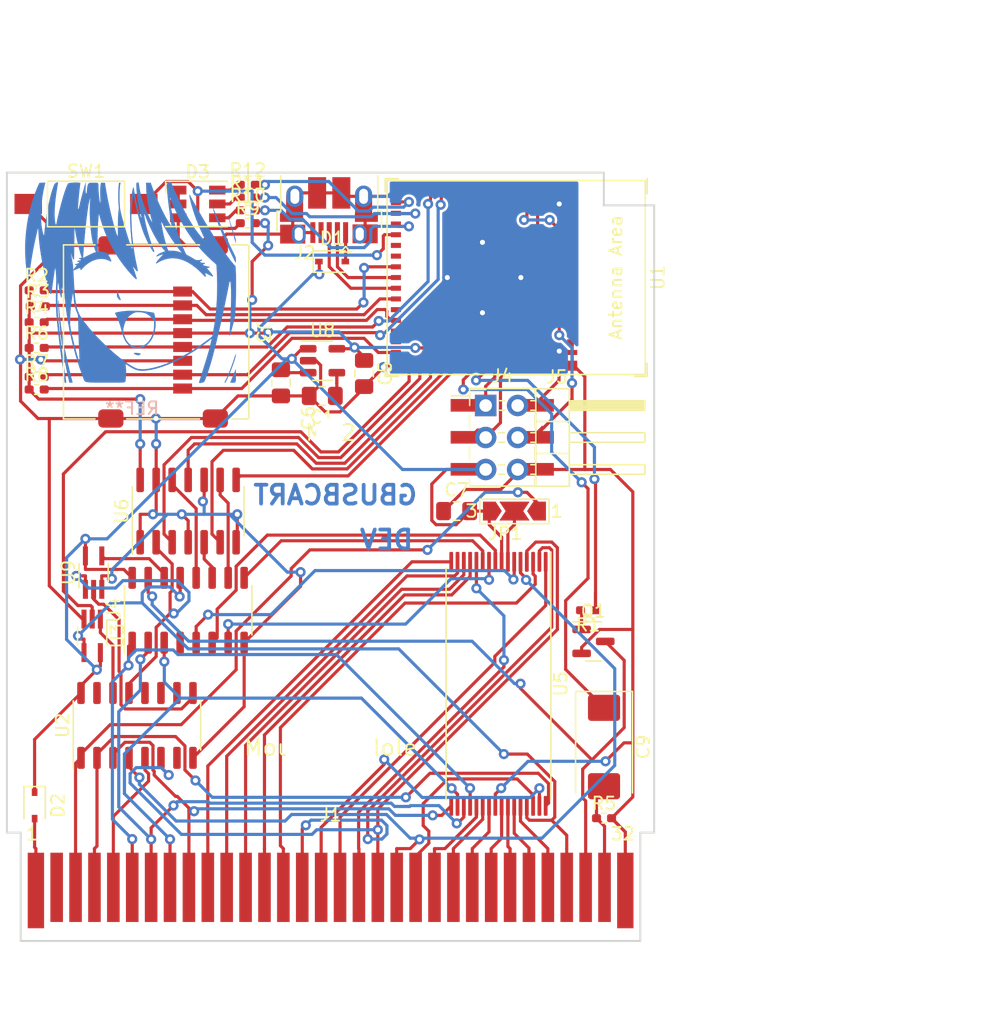
<source format=kicad_pcb>
(kicad_pcb (version 20211014) (generator pcbnew)
  (layers (0 "F.Cu" signal) (31 "B.Cu" signal) (34 "B.Paste" user) (35 "F.Paste" user) (36 "B.SilkS" user "B.Silkscreen") (37 "F.SilkS" user "F.Silkscreen") (38 "B.Mask" user) (39 "F.Mask" user) (44 "Edge.Cuts" user))
  (net 0 "")
  (net 1 "GND")
  (net 2 "/GB.AUDIO")
  (net 3 "/GB.~{RST}")
  (net 4 "/GB.D7")
  (net 5 "/GB.D6")
  (net 6 "/GB.D5")
  (net 7 "/GB.D4")
  (net 8 "/GB.D3")
  (net 9 "/GB.D2")
  (net 10 "/GB.D1")
  (net 11 "/GB.D0")
  (net 12 "/GB.A15")
  (net 13 "/GB.A14")
  (net 14 "/GB.A13")
  (net 15 "/GB.A12")
  (net 16 "/GB.A11")
  (net 17 "/GB.A10")
  (net 18 "/GB.A9")
  (net 19 "/GB.A8")
  (net 20 "/GB.A7")
  (net 21 "/GB.A6")
  (net 22 "/GB.A5")
  (net 23 "/GB.A4")
  (net 24 "/GB.A3")
  (net 25 "/GB.A2")
  (net 26 "/GB.A1")
  (net 27 "/GB.A0")
  (net 28 "/GB.~{CS}")
  (net 29 "/GB.~{RD}")
  (net 30 "/GB.~{WR}")
  (net 31 "+5V")
  (net 32 "/GB.PHI")
  (net 41 "+3.3V")
  (net 42 "Net-(C1-Pad1)")
  (net 43 "/SS")
  (net 44 "/SCL")
  (net 45 "/MOSI")
  (net 46 "/MISO")
  (net 47 "/IRQ")
  (net 48 "Net-(U4-Pad14)")
  (net 49 "Net-(J2-Pad2)")
  (net 50 "Net-(J2-Pad3)")
  (net 51 "Net-(U2-Pad9)")
  (net 52 "Net-(D1-Pad2)")
  (net 53 "Net-(D2-Pad2)")
  (net 54 "Net-(JP1-Pad2)")
  (net 56 "Net-(U2-Pad14)")
  (net 57 "Net-(U4-Pad9)")
  (net 58 "Net-(Q1-Pad1)")
  (net 59 "/DDTR")
  (net 71 "/DTX_E")
  (net 72 "/DRX_E")
  (net 75 "/DRTS")
  (net 76 "Net-(U4-Pad5)")
  (net 77 "Net-(U4-Pad6)")
  (net 79 "Net-(U4-Pad7)")
  (net 80 "/SD_DATA2")
  (net 81 "/SD_DATA3")
  (net 82 "/SD_CMD")
  (net 83 "/SD_CLOCK")
  (net 84 "/SD_DATA0")
  (net 85 "/SD_DATA1")
  (net 86 "Net-(U1-Pad35)")
  (net 87 "Net-(U1-Pad34)")
  (net 88 "Net-(U1-Pad32)")
  (net 89 "Net-(U1-Pad33)")
  (net 90 "Net-(C9-Pad1)")
  (net 91 "Net-(R1-Pad1)")
  (net 92 "Net-(D3-Pad4)")
  (net 93 "Net-(D3-Pad5)")
  (net 94 "Net-(D3-Pad6)")
  (net 95 "/BTN")
  (net 96 "/L_B")
  (net 97 "/L_G")
  (net 98 "/L_R")
  (footprint "Connector_Card:microSD_HC_Molex_47219-2001" (layer "F.Cu") (at 109.982 72.644 -90)
    (fp_text reference "J3")
    (fp_text value "Micro_SD_Card")
  )
  (footprint "Resistor_SMD:R_0402_1005Metric_Pad0.72x0.64mm_HandSolder" (layer "F.Cu") (at 117.2585 60.96)
    (fp_text reference "R12")
    (fp_text value "330")
  )
  (footprint "Connector_USB:USB_Micro-B_Amphenol_10103594-0001LF_Horizontal" (layer "F.Cu") (at 123.698 62.992 180)
    (fp_text reference "J2")
    (fp_text value "USB_B_Micro")
  )
  (footprint "Diode_SMD:D_SOD-323" (layer "F.Cu") (at 100.33 110.236 -90)
    (fp_text reference "D2")
    (fp_text value "PMEG2010EA")
  )
  (footprint "Resistor_SMD:R_0402_1005Metric_Pad0.72x0.64mm_HandSolder" (layer "F.Cu") (at 117.2585 61.976)
    (fp_text reference "R11")
    (fp_text value "330")
  )
  (footprint "Package_TO_SOT_SMD:SOT-23" (layer "F.Cu") (at 144.7015 97.216)
    (fp_text reference "Q1")
    (fp_text value "BC847")
  )
  (footprint "Resistor_SMD:R_0402_1005Metric_Pad0.72x0.64mm_HandSolder" (layer "F.Cu") (at 100.4945 77.216)
    (fp_text reference "R8")
    (fp_text value "10k")
  )
  (footprint "Resistor_SMD:R_0402_1005Metric_Pad0.72x0.64mm_HandSolder" (layer "F.Cu") (at 100.584 70.612)
    (fp_text reference "R3")
    (fp_text value "10k")
  )
  (footprint "Capacitor_SMD:C_0805_2012Metric_Pad1.18x1.45mm_HandSolder" (layer "F.Cu") (at 133.8365 86.868)
    (fp_text reference "C7")
    (fp_text value "100nF")
  )
  (footprint "Resistor_SMD:R_0402_1005Metric_Pad0.72x0.64mm_HandSolder" (layer "F.Cu") (at 117.2585 64.008)
    (fp_text reference "R9")
    (fp_text value "10k")
  )
  (footprint "Package_TO_SOT_SMD:SOT-23-5" (layer "F.Cu") (at 123.19 74.93)
    (fp_text reference "U8")
    (fp_text value "LD3985M33R_SOT23")
  )
  (footprint "Connector_PinHeader_2.54mm:PinHeader_2x03_P2.54mm_Horizontal" (layer "F.Cu") (at 136.144 78.486)
    (fp_text reference "J5")
    (fp_text value "Conn_01x06_Male")
  )
  (footprint "Package_TO_SOT_SMD:SOT-353_SC-70-5_Handsoldering" (layer "F.Cu") (at 104.902 96.774 -90)
    (fp_text reference "U3")
    (fp_text value "74HCT1G125")
  )
  (footprint "Resistor_SMD:R_0402_1005Metric_Pad0.72x0.64mm_HandSolder" (layer "F.Cu") (at 117.2585 62.992)
    (fp_text reference "R10")
    (fp_text value "330")
  )
  (footprint "mountinghole1" (layer "F.Cu") (at 123.825 105.645)
    (fp_text reference "MH1")
    (fp_text value "Mounting Hole")
  )
  (footprint "Espressif:ESP32-S3-MINI-1" (layer "F.Cu") (at 136.018 68.326 -90)
    (fp_text reference "U1")
    (fp_text value "ESP32-S3-MINI-1")
  )
  (footprint "Jumper:SolderJumper-3_P2.0mm_Open_TrianglePad1.0x1.5mm_NumberLabels" (layer "F.Cu") (at 138.43 86.868 180)
    (fp_text reference "JP1")
    (fp_text value "SolderJumper_3_Bridged12")
  )
  (footprint "Capacitor_SMD:C_0805_2012Metric_Pad1.18x1.45mm_HandSolder" (layer "F.Cu") (at 123.1685 77.724 180)
    (fp_text reference "C1")
    (fp_text value "10nF")
  )
  (footprint "Resistor_SMD:R_0402_1005Metric_Pad0.72x0.64mm_HandSolder" (layer "F.Cu") (at 100.4945 69.342)
    (fp_text reference "R2")
    (fp_text value "10k")
  )
  (footprint "Mountinghole2" (layer "F.Cu") (at 123.825 80.645)
    (fp_text reference "MH2")
    (fp_text value "")
  )
  (footprint "Connector_PinHeader_2.54mm:PinHeader_2x03_P2.54mm_Vertical_SMD" (layer "F.Cu") (at 137.461 81.011)
    (fp_text reference "J4")
    (fp_text value "Conn_01x06_Male")
  )
  (footprint "Package_SO:SO-16_3.9x9.9mm_P1.27mm" (layer "F.Cu") (at 112.522 94.742 90)
    (fp_text reference "U4")
    (fp_text value "74HC259")
  )
  (footprint "Resistor_SMD:R_0402_1005Metric_Pad0.72x0.64mm_HandSolder" (layer "F.Cu") (at 100.4945 71.882)
    (fp_text reference "R4")
    (fp_text value "10k")
  )
  (footprint "Button_Switch_SMD:SW_SPST_FSMSM" (layer "F.Cu") (at 104.412 62.484)
    (fp_text reference "SW1")
    (fp_text value "SW_Push")
  )
  (footprint "Resistor_SMD:R_0402_1005Metric_Pad0.72x0.64mm_HandSolder" (layer "F.Cu") (at 145.542 111.252)
    (fp_text reference "R5")
    (fp_text value "10k")
  )
  (footprint "Package_SO:TSOP-I-32_18.4x8mm_P0.5mm" (layer "F.Cu") (at 137.16 100.584 -90)
    (fp_text reference "U5")
    (fp_text value "29F040-TSOP-SP")
  )
  (footprint "Diode_SMD:D_SOD-323" (layer "F.Cu") (at 123.952 67.056)
    (fp_text reference "D1")
    (fp_text value "PMEG2010EA")
  )
  (footprint "musicboy_import:GameBoy_Cartridge_1x32_P1.50mm_Edge" (layer "F.Cu") (at 123.8316 116.9924)
    (fp_text reference "J1")
    (fp_text value "Conn_01x32")
  )
  (footprint "Capacitor_SMD:C_0805_2012Metric_Pad1.18x1.45mm_HandSolder" (layer "F.Cu") (at 126.492 75.946 -90)
    (fp_text reference "C5")
    (fp_text value "1µF")
  )
  (footprint "Package_SO:SO-14_3.9x8.65mm_P1.27mm" (layer "F.Cu") (at 112.522 86.868 90)
    (fp_text reference "U6")
    (fp_text value "74lxc125")
  )
  (footprint "LED_SMD:LED_RGB_PLCC-6" (layer "F.Cu") (at 113.284 62.484)
    (fp_text reference "D3")
    (fp_text value "LED_RGB")
  )
  (footprint "Resistor_SMD:R_0402_1005Metric_Pad0.72x0.64mm_HandSolder" (layer "F.Cu") (at 100.4945 73.914)
    (fp_text reference "R6")
    (fp_text value "10k")
  )
  (footprint "Package_SO:SO-16_3.9x9.9mm_P1.27mm" (layer "F.Cu") (at 108.458 103.886 90)
    (fp_text reference "U2")
    (fp_text value "74HC138")
  )
  (footprint "Package_TO_SOT_SMD:SOT-353_SC-70-5_Handsoldering" (layer "F.Cu") (at 105.014 91.754 90)
    (fp_text reference "U9")
    (fp_text value "NC7SZ08")
  )
  (footprint "Resistor_SMD:R_0402_1005Metric_Pad0.72x0.64mm_HandSolder" (layer "F.Cu") (at 100.4945 76.2)
    (fp_text reference "R7")
    (fp_text value "10k")
  )
  (footprint "Resistor_SMD:R_0402_1005Metric_Pad0.72x0.64mm_HandSolder" (layer "F.Cu") (at 144.272 94.742 180)
    (fp_text reference "R1")
    (fp_text value "10k")
  )
  (footprint "Capacitor_SMD:C_0805_2012Metric_Pad1.18x1.45mm_HandSolder" (layer "F.Cu") (at 119.888 76.6865 -90)
    (fp_text reference "C6")
    (fp_text value "1µF")
  )
  (footprint "Capacitor_Tantalum_SMD:CP_EIA-7343-31_Kemet-D" (layer "F.Cu") (at 145.542 105.5995 -90)
    (fp_text reference "C9")
    (fp_text value "47uF")
  )
  (footprint "logo:happyface" (layer "B.Cu") (at 108.063976 79.206272 180)
    (fp_text reference "REF**")
    (fp_text value "happyface")
  )
  (gr_line locked (start 149.525 112.395) (end 149.525 62.595) (layer "Edge.Cuts") (width 0.15))
  (gr_line locked (start 99.225 120.995) (end 148.425 120.995) (layer "Edge.Cuts") (width 0.15))
  (gr_line locked (start 148.425 120.995) (end 148.425 112.395) (layer "Edge.Cuts") (width 0.15))
  (gr_line locked (start 145.525 59.995) (end 145.525 62.595) (layer "Edge.Cuts") (width 0.15))
  (gr_line locked (start 148.425 112.395) (end 149.525 112.395) (layer "Edge.Cuts") (width 0.15))
  (gr_line locked (start 98.125 59.995) (end 145.525 59.995) (layer "Edge.Cuts") (width 0.15))
  (gr_line locked (start 99.225 120.995) (end 99.225 112.395) (layer "Edge.Cuts") (width 0.15))
  (gr_line locked (start 98.125 112.395) (end 98.125 59.995) (layer "Edge.Cuts") (width 0.15))
  (gr_line locked (start 149.525 62.595) (end 145.525 62.595) (layer "Edge.Cuts") (width 0.15))
  (gr_line locked (start 99.225 112.395) (end 98.125 112.395) (layer "Edge.Cuts") (width 0.15))
  (gr_text "DEV" (at 128.27 89.154) (layer "B.Cu") (effects (font (size 1.5 1.5) (thickness 0.3)) (justify mirror)))
  (gr_text "GBUSBCART" (at 124.206 85.598) (layer "B.Cu") (effects (font (size 1.5 1.5) (thickness 0.3)) (justify mirror)))
  (segment (start 138.9293 83.566) (end 138.684 83.566) (width 0.25) (layer "F.Cu") (net 1))
  (segment (start 123.04 75.288) (end 122.682 74.93) (width 0.25) (layer "F.Cu") (net 1))
  (segment (start 143.144 75.326) (end 144.018 76.2) (width 0.25) (layer "F.Cu") (net 1))
  (segment (start 124.683 61.607) (end 122.763 61.607) (width 0.25) (layer "F.Cu") (net 1))
  (segment (start 126.573 64.3745) (end 126.573 63.6507) (width 0.25) (layer "F.Cu") (net 1))
  (segment (start 134.368 66.676) (end 134.368 68.326) (width 0.25) (layer "F.Cu") (net 1))
  (segment (start 126.492 77.0847) (end 124.583 78.994) (width 0.25) (layer "F.Cu") (net 1))
  (segment (start 136.91 109.3328) (end 137.3755 108.8673) (width 0.25) (layer "F.Cu") (net 1))
  (segment (start 144.018 83.566) (end 140.001 83.566) (width 0.25) (layer "F.Cu") (net 1))
  (segment (start 143.018 65.776) (end 143.018 66.626) (width 0.25) (layer "F.Cu") (net 1))
  (segment (start 106.382 79.519) (end 109.965 79.519) (width 0.25) (layer "F.Cu") (net 1))
  (segment (start 108.712 87.122) (end 109.728 87.122) (width 0.25) (layer "F.Cu") (net 1))
  (segment (start 136.018 68.326) (end 136.018 66.676) (width 0.25) (layer "F.Cu") (net 1))
  (segment (start 120.723 63.557) (end 120.723 62.852) (width 0.25) (layer "F.Cu") (net 1))
  (segment (start 126.453 61.877) (end 124.953 61.877) (width 0.25) (layer "F.Cu") (net 1))
  (segment (start 99.1725 75.015) (end 99.1725 74.8305) (width 0.25) (layer "F.Cu") (net 1))
  (segment (start 122.423 64.757) (end 121.423 64.757) (width 0.25) (layer "F.Cu") (net 1))
  (segment (start 122.131 77.724) (end 119.888 77.724) (width 0.25) (layer "F.Cu") (net 1))
  (segment (start 143.018 68.326) (end 143.018 69.176) (width 0.25) (layer "F.Cu") (net 1))
  (segment (start 134.516 85.151) (end 132.799 86.868) (width 0.25) (layer "F.Cu") (net 1))
  (segment (start 145.18 96.266) (end 147.828 96.266) (width 0.25) (layer "F.Cu") (net 1))
  (segment (start 99.2145 75.057) (end 99.1725 75.015) (width 0.25) (layer "F.Cu") (net 1))
  (segment (start 99.2145 78.1325) (end 100.601 79.519) (width 0.25) (layer "F.Cu") (net 1))
  (segment (start 109.965 79.519) (end 114.682 79.519) (width 0.25) (layer "F.Cu") (net 1))
  (segment (start 105.664 93.084) (end 105.664 92.0089) (width 0.25) (layer "F.Cu") (net 1))
  (segment (start 124.583 78.994) (end 123.401 78.994) (width 0.25) (layer "F.Cu") (net 1))
  (segment (start 126.573 63.6507) (end 126.5793 63.6507) (width 0.25) (layer "F.Cu") (net 1))
  (segment (start 120.723 62.852) (end 120.723 62.147) (width 0.25) (layer "F.Cu") (net 1))
  (segment (start 120.723 62.147) (end 120.993 61.877) (width 0.25) (layer "F.Cu") (net 1))
  (segment (start 108.712 89.343) (end 108.712 87.122) (width 0.25) (layer "F.Cu") (net 1))
  (segment (start 143.018 63.226) (end 143.018 64.076) (width 0.25) (layer "F.Cu") (net 1))
  (segment (start 128.016 75.4599) (end 128.016 75.438) (width 0.25) (layer "F.Cu") (net 1))
  (segment (start 101.496 79.519) (end 106.382 79.519) (width 0.25) (layer "F.Cu") (net 1))
  (segment (start 143.018 72.576) (end 143.018 73.426) (width 0.25) (layer "F.Cu") (net 1))
  (segment (start 147.232 116.992) (end 147.232 114.668) (width 0.25) (layer "F.Cu") (net 1))
  (segment (start 126.492 76.9835) (end 126.492 77.0847) (width 0.25) (layer "F.Cu") (net 1))
  (segment (start 143.018 70.876) (end 143.018 71.726) (width 0.25) (layer "F.Cu") (net 1))
  (segment (start 141.986 61.344) (end 141.968 61.326) (width 0.25) (layer "F.Cu") (net 1))
  (segment (start 127.8184 75.6575) (end 128.016 75.4599) (width 0.25) (layer "F.Cu") (net 1))
  (segment (start 113.792 84.393) (end 113.792 86.0065) (width 0.25) (layer "F.Cu") (net 1))
  (segment (start 111.734 65.218) (end 112.285 65.769) (width 0.25) (layer "F.Cu") (net 1))
  (segment (start 100.932 74.939) (end 100.824 74.8302) (width 0.25) (layer "F.Cu") (net 1))
  (segment (start 141.968 61.326) (end 143.018 61.326) (width 0.25) (layer "F.Cu") (net 1))
  (segment (start 101.496 79.519) (end 101.496 92.8031) (width 0.25) (layer "F.Cu") (net 1))
  (segment (start 102.427 65.769) (end 99.2145 68.9811) (width 0.25) (layer "F.Cu") (net 1))
  (segment (start 141.986 62.484) (end 141.986 61.344) (width 0.25) (layer "F.Cu") (net 1))
  (segment (start 112.903 106.461) (end 116.967 102.397) (width 0.25) (layer "F.Cu") (net 1))
  (segment (start 143.018 64.076) (end 143.018 64.926) (width 0.25) (layer "F.Cu") (net 1))
  (segment (start 146.686 111.798) (end 146.6855 111.798) (width 0.25) (layer "F.Cu") (net 1))
  (segment (start 137.668 68.326) (end 136.018 68.326) (width 0.25) (layer "F.Cu") (net 1))
  (segment (start 105.664 92.0089) (end 106.2379 92.0089) (width 0.25) (layer "F.Cu") (net 1))
  (segment (start 122.0525 74.93) (end 122.052 74.93) (width 0.25) (layer "F.Cu") (net 1))
  (segment (start 116.967 102.397) (end 116.967 97.317) (width 0.25) (layer "F.Cu") (net 1))
  (segment (start 116.422 89.2535) (end 116.332 89.343) (width 0.25) (layer "F.Cu") (net 1))
  (segment (start 121.423 64.757) (end 120.943 64.757) (width 0.25) (layer "F.Cu") (net 1))
  (segment (start 143.018 62.376) (end 143.018 63.226) (width 0.25) (layer "F.Cu") (net 1))
  (segment (start 128.467 61.877) (end 129.018 61.326) (width 0.25) (layer "F.Cu") (net 1))
  (segment (start 138.9293 83.566) (end 137.3443 85.151) (width 0.25) (layer "F.Cu") (net 1))
  (segment (start 147.2316 114.6684) (end 147.2316 116.9924) (width 0.25) (layer "F.Cu") (net 1))
  (segment (start 109.982 86.868) (end 109.982 84.393) (width 0.25) (layer "F.Cu") (net 1))
  (segment (start 143.018 71.726) (end 143.018 72.576) (width 0.25) (layer "F.Cu") (net 1))
  (segment (start 143.764 98.166) (end 143.764 97.6817) (width 0.25) (layer "F.Cu") (net 1))
  (segment (start 147.828 85.344) (end 146.05 83.566) (width 0.25) (layer "F.Cu") (net 1))
  (segment (start 143.018 66.626) (end 143.018 67.476) (width 0.25) (layer "F.Cu") (net 1))
  (segment (start 147.828 96.266) (end 147.828 85.344) (width 0.25) (layer "F.Cu") (net 1))
  (segment (start 122.763 61.607) (end 121.263 61.607) (width 0.25) (layer "F.Cu") (net 1))
  (segment (start 121.4472 92.8368) (end 116.967 97.317) (width 0.25) (layer "F.Cu") (net 1))
  (segment (start 147.828 109.564) (end 147.828 105.2684) (width 0.25) (layer "F.Cu") (net 1))
  (segment (start 141.118 61.326) (end 141.968 61.326) (width 0.25) (layer "F.Cu") (net 1))
  (segment (start 127.8184 75.6575) (end 126.492 76.9835) (width 0.25) (layer "F.Cu") (net 1))
  (segment (start 137.668 69.976) (end 137.668 68.326) (width 0.25) (layer "F.Cu") (net 1))
  (segment (start 119.888 77.724) (end 116.477 77.724) (width 0.25) (layer "F.Cu") (net 1))
  (segment (start 137.3443 85.151) (end 134.516 85.151) (width 0.25) (layer "F.Cu") (net 1))
  (segment (start 116.477 77.724) (end 114.682 79.519) (width 0.25) (layer "F.Cu") (net 1))
  (segment (start 122.682 74.93) (end 122.0525 74.93) (width 0.25) (layer "F.Cu") (net 1))
  (segment (start 111.734 61.384) (end 111.734 65.218) (width 0.25) (layer "F.Cu") (net 1))
  (segment (start 126.573 64.3745) (end 126.143 64.8045) (width 0.25) (layer "F.Cu") (net 1))
  (segment (start 136.91 110.2715) (end 136.91 109.3328) (width 0.25) (layer "F.Cu") (net 1))
  (segment (start 129.018 75.326) (end 128.15 75.326) (width 0.25) (layer "F.Cu") (net 1))
  (segment (start 102.427 65.089) (end 102.427 65.769) (width 0.25) (layer "F.Cu") (net 1))
  (segment (start 126.5793 63.6507) (end 126.673 63.557) (width 0.25) (layer "F.Cu") (net 1))
  (segment (start 143.018 70.026) (end 143.018 70.876) (width 0.25) (layer "F.Cu") (net 1))
  (segment (start 106.382 65.769) (end 112.285 65.769) (width 0.25) (layer "F.Cu") (net 1))
  (segment (start 143.018 67.476) (end 143.018 68.326) (width 0.25) (layer "F.Cu") (net 1))
  (segment (start 146.6855 111.798) (end 146.1395 111.252) (width 0.25) (layer "F.Cu") (net 1))
  (segment (start 146.686 111.798) (end 146.14 111.252) (width 0.25) (layer "F.Cu") (net 1))
  (segment (start 121.423 64.757) (end 121.303 64.877) (width 0.25) (layer "F.Cu") (net 1))
  (segment (start 109.982 84.393) (end 109.982 81.534) (width 0.25) (layer "F.Cu") (net 1))
  (segment (start 124.953 61.877) (end 124.683 61.607) (width 0.25) (layer "F.Cu") (net 1))
  (segment (start 123.04 76.815) (end 123.04 75.288) (width 0.25) (layer "F.Cu") (net 1))
  (segment (start 136.018 68.326) (end 134.368 68.326) (width 0.25) (layer "F.Cu") (net 1))
  (segment (start 112.522 87.63) (end 112.014 87.122) (width 0.25) (layer "F.Cu") (net 1))
  (segment (start 137.668 66.676) (end 136.018 66.676) (width 0.25) (layer "F.Cu") (net 1))
  (segment (start 104.1369 95.444) (end 104.252 95.444) (width 0.25) (layer "F.Cu") (net 1))
  (segment (start 120.943 64.757) (end 120.823 64.877) (width 0.25) (layer "F.Cu") (net 1))
  (segment (start 136.018 69.976) (end 137.668 69.976) (width 0.25) (layer "F.Cu") (net 1))
  (segment (start 136.018 66.676) (end 134.368 66.676) (width 0.25) (layer "F.Cu") (net 1))
  (segment (start 120.823 64.877) (end 115.574 64.877) (width 0.25) (layer "F.Cu") (net 1))
  (segment (start 126.573 63.6507) (end 126.573 62.927) (width 0.25) (layer "F.Cu") (net 1))
  (segment (start 143.018 64.926) (end 143.018 65.776) (width 0.25) (layer "F.Cu") (net 1))
  (segment (start 143.018 73.426) (end 143.018 74.276) (width 0.25) (layer "F.Cu") (net 1))
  (segment (start 140.208 74.168) (end 140.268 74.228) (width 0.25) (layer "F.Cu") (net 1))
  (segment (start 143.764 97.6817) (end 145.18 96.266) (width 0.25) (layer "F.Cu") (net 1))
  (segment (start 121.4472 91.7152) (end 121.4472 92.8368) (width 0.25) (layer "F.Cu") (net 1))
  (segment (start 147.232 114.668) (end 147.232 112.344) (width 0.25) (layer "F.Cu") (net 1))
  (segment (start 106.382 65.769) (end 102.427 65.769) (width 0.25) (layer "F.Cu") (net 1))
  (segment (start 147.232 112.344) (end 146.686 111.798) (width 0.25) (layer "F.Cu") (net 1))
  (segment (start 128.15 75.326) (end 127.8184 75.6575) (width 0.25) (layer "F.Cu") (net 1))
  (segment (start 126.453 62.807) (end 126.453 61.877) (width 0.25) (layer "F.Cu") (net 1))
  (segment (start 101.496 92.8031) (end 104.1369 95.444) (width 0.25) (layer "F.Cu") (net 1))
  (segment (start 143.018 75.326) (end 143.144 75.326) (width 0.25) (layer "F.Cu") (net 1))
  (segment (start 99.2145 68.9811) (end 99.2145 75.057) (width 0.25) (layer "F.Cu") (net 1))
  (segment (start 143.018 74.276) (end 142.094 74.276) (width 0.25) (layer "F.Cu") (net 1))
  (segment (start 113.792 86.0065) (end 113.692 86.106) (width 0.25) (layer "F.Cu") (net 1))
  (segment (start 115.574 64.877) (end 114.682 65.769) (width 0.25) (layer "F.Cu") (net 1))
  (segment (start 147.232 114.668) (end 147.2316 114.6684) (width 0.25) (layer "F.Cu") (net 1))
  (segment (start 126.453 61.877) (end 128.467 61.877) (width 0.25) (layer "F.Cu") (net 1))
  (segment (start 147.828 105.2684) (end 147.828 96.266) (width 0.25) (layer "F.Cu") (net 1))
  (segment (start 112.285 65.769) (end 114.682 65.769) (width 0.25) (layer "F.Cu") (net 1))
  (segment (start 143.018 62.376) (end 142.094 62.376) (width 0.25) (layer "F.Cu") (net 1))
  (segment (start 120.823 64.877) (end 120.823 63.657) (width 0.25) (layer "F.Cu") (net 1))
  (segment (start 135.89 70.104) (end 136.018 69.976) (width 0.25) (layer "F.Cu") (net 1))
  (segment (start 116.422 87.122) (end 116.422 89.2535) (width 0.25) (layer "F.Cu") (net 1))
  (segment (start 99.822 62.484) (end 102.427 65.089) (width 0.25) (layer "F.Cu") (net 1))
  (segment (start 140.268 74.228) (end 140.268 75.326) (width 0.25) (layer "F.Cu") (net 1))
  (segment (start 126.573 64.857) (end 126.573 64.3745) (width 0.25) (layer "F.Cu") (net 1))
  (segment (start 142.094 74.276) (end 141.986 74.168) (width 0.25) (layer "F.Cu") (net 1))
  (segment (start 140.001 83.566) (end 139.986 83.551) (width 0.25) (layer "F.Cu") (net 1))
  (segment (start 134.368 69.976) (end 136.018 69.976) (width 0.25) (layer "F.Cu") (net 1))
  (segment (start 134.368 68.326) (end 133.096 68.326) (width 0.25) (layer "F.Cu") (net 1))
  (segment (start 120.823 63.657) (end 120.723 63.557) (width 0.25) (layer "F.Cu") (net 1))
  (segment (start 139.418 75.326) (end 140.268 75.326) (width 0.25) (layer "F.Cu") (net 1))
  (segment (start 112.522 89.343) (end 112.522 87.63) (width 0.25) (layer "F.Cu") (net 1))
  (segment (start 109.728 87.122) (end 109.982 86.868) (width 0.25) (layer "F.Cu") (net 1))
  (segment (start 146.14 111.252) (end 147.828 109.564) (width 0.25) (layer "F.Cu") (net 1))
  (segment (start 120.723 62.852) (end 120.928 62.852) (width 0.25) (layer "F.Cu") (net 1))
  (segment (start 126.143 64.8045) (end 126.143 64.877) (width 0.25) (layer "F.Cu") (net 1))
  (segment (start 136.018 66.676) (end 136.018 65.66) (width 0.25) (layer "F.Cu") (net 1))
  (segment (start 112.082 74.939) (end 100.932 74.939) (width 0.25) (layer "F.Cu") (net 1))
  (segment (start 121.263 61.607) (end 120.993 61.877) (width 0.25) (layer "F.Cu") (net 1))
  (segment (start 137.668 66.676) (end 137.668 68.326) (width 0.25) (layer "F.Cu") (net 1))
  (segment (start 136.018 68.326) (end 136.018 69.976) (width 0.25) (layer "F.Cu") (net 1))
  (segment (start 143.018 74.276) (end 143.018 75.326) (width 0.25) (layer "F.Cu") (net 1))
  (segment (start 99.2145 75.057) (end 99.2145 78.1325) (width 0.25) (layer "F.Cu") (net 1))
  (segment (start 106.2379 92.0089) (end 106.4661 92.2371) (width 0.25) (layer "F.Cu") (net 1))
  (segment (start 138.938 68.326) (end 137.668 68.326) (width 0.25) (layer "F.Cu") (net 1))
  (segment (start 143.018 69.176) (end 143.018 70.026) (width 0.25) (layer "F.Cu") (net 1))
  (segment (start 134.368 69.976) (end 134.368 68.326) (width 0.25) (layer "F.Cu") (net 1))
  (segment (start 141.986 74.168) (end 140.208 74.168) (width 0.25) (layer "F.Cu") (net 1))
  (segment (start 126.573 62.927) (end 126.453 62.807) (width 0.25) (layer "F.Cu") (net 1))
  (segment (start 100.601 79.519) (end 101.496 79.519) (width 0.25) (layer "F.Cu") (net 1))
  (segment (start 122.131 77.724) (end 123.04 76.815) (width 0.25) (layer "F.Cu") (net 1))
  (segment (start 140.001 83.566) (end 138.9293 83.566) (width 0.25) (layer "F.Cu") (net 1))
  (segment (start 147.828 105.2684) (end 147.1277 105.2684) (width 0.25) (layer "F.Cu") (net 1))
  (segment (start 142.094 62.376) (end 141.986 62.484) (width 0.25) (layer "F.Cu") (net 1))
  (segment (start 120.928 62.852) (end 120.973 62.807) (width 0.25) (layer "F.Cu") (net 1))
  (segment (start 123.401 78.994) (end 122.131 77.724) (width 0.25) (layer "F.Cu") (net 1))
  (segment (start 147.1277 105.2684) (end 145.6618 106.7343) (width 0.25) (layer "F.Cu") (net 1))
  (segment (start 143.018 61.326) (end 143.018 62.376) (width 0.25) (layer "F.Cu") (net 1))
  (segment (start 135.89 71.12) (end 135.89 70.104) (width 0.25) (layer "F.Cu") (net 1))
  (segment (start 144.018 76.2) (end 144.018 83.566) (width 0.25) (layer "F.Cu") (net 1))
  (segment (start 136.018 65.66) (end 135.89 65.532) (width 0.25) (layer "F.Cu") (net 1))
  (segment (start 112.242 61.384) (end 111.734 61.384) (width 0.25) (layer "F.Cu") (net 1))
  (segment (start 146.05 83.566) (end 144.018 83.566) (width 0.25) (layer "F.Cu") (net 1))
  (via (at 116.422 87.122) (size 0.8) (drill 0.4) (layers "F.Cu" "B.Cu") (net 1))
  (via (at 100.824 74.8302) (size 0.8) (drill 0.4) (layers "F.Cu" "B.Cu") (net 1))
  (via (at 133.096 68.326) (size 0.8) (drill 0.4) (layers "F.Cu" "B.Cu") (net 1))
  (via (at 109.982 81.534) (size 0.8) (drill 0.4) (layers "F.Cu" "B.Cu") (net 1))
  (via (at 109.965 79.519) (size 0.8) (drill 0.4) (layers "F.Cu" "B.Cu") (net 1))
  (via (at 121.4472 91.7152) (size 0.8) (drill 0.4) (layers "F.Cu" "B.Cu") (net 1))
  (via (at 135.89 65.532) (size 0.8) (drill 0.4) (layers "F.Cu" "B.Cu") (net 1))
  (via (at 135.89 71.12) (size 0.8) (drill 0.4) (layers "F.Cu" "B.Cu") (net 1))
  (via (at 141.986 74.168) (size 0.8) (drill 0.4) (layers "F.Cu" "B.Cu") (net 1))
  (via (at 113.692 86.106) (size 0.8) (drill 0.4) (layers "F.Cu" "B.Cu") (net 1))
  (via (at 128.016 75.438) (size 0.8) (drill 0.4) (layers "F.Cu" "B.Cu") (net 1))
  (via (at 141.986 62.484) (size 0.8) (drill 0.4) (layers "F.Cu" "B.Cu") (net 1))
  (via (at 112.014 87.122) (size 0.8) (drill 0.4) (layers "F.Cu" "B.Cu") (net 1))
  (via (at 109.728 87.122) (size 0.8) (drill 0.4) (layers "F.Cu" "B.Cu") (net 1))
  (via (at 137.3755 108.8673) (size 0.8) (drill 0.4) (layers "F.Cu" "B.Cu") (net 1))
  (via (at 99.1725 74.8305) (size 0.8) (drill 0.4) (layers "F.Cu" "B.Cu") (net 1))
  (via (at 145.6618 106.7343) (size 0.8) (drill 0.4) (layers "F.Cu" "B.Cu") (net 1))
  (via (at 138.938 68.326) (size 0.8) (drill 0.4) (layers "F.Cu" "B.Cu") (net 1))
  (via (at 106.4661 92.2371) (size 0.8) (drill 0.4) (layers "F.Cu" "B.Cu") (net 1))
  (segment (start 115.7978 87.122) (end 120.391 91.7152) (width 0.25) (layer "B.Cu") (net 1))
  (segment (start 109.982 79.536) (end 109.965 79.519) (width 0.25) (layer "B.Cu") (net 1))
  (segment (start 139.5085 106.7343) (end 137.3755 108.8673) (width 0.25) (layer "B.Cu") (net 1))
  (segment (start 115.7978 87.122) (end 116.422 87.122) (width 0.25) (layer "B.Cu") (net 1))
  (segment (start 100.824 74.8302) (end 99.1728 74.8302) (width 0.25) (layer "B.Cu") (net 1))
  (segment (start 145.6618 106.7343) (end 139.5085 106.7343) (width 0.25) (layer "B.Cu") (net 1))
  (segment (start 113.692 86.106) (end 113.792 86.2055) (width 0.25) (layer "B.Cu") (net 1))
  (segment (start 113.792 86.2055) (end 113.792 87.122) (width 0.25) (layer "B.Cu") (net 1))
  (segment (start 109.982 81.534) (end 109.982 79.536) (width 0.25) (layer "B.Cu") (net 1))
  (segment (start 99.1728 74.8302) (end 99.1725 74.8305) (width 0.25) (layer "B.Cu") (net 1))
  (segment (start 128.369 61.877) (end 128.778 61.468) (width 0.25) (layer "B.Cu") (net 1))
  (segment (start 110.871 87.122) (end 112.014 87.122) (width 0.25) (layer "B.Cu") (net 1))
  (segment (start 120.391 91.7152) (end 121.4472 91.7152) (width 0.25) (layer "B.Cu") (net 1))
  (segment (start 106.4661 91.5269) (end 106.4661 92.2371) (width 0.25) (layer "B.Cu") (net 1))
  (segment (start 112.014 87.122) (end 113.792 87.122) (width 0.25) (layer "B.Cu") (net 1))
  (segment (start 109.728 87.122) (end 110.871 87.122) (width 0.25) (layer "B.Cu") (net 1))
  (segment (start 126.453 61.877) (end 128.369 61.877) (width 0.25) (layer "B.Cu") (net 1))
  (segment (start 110.871 87.122) (end 106.4661 91.5269) (width 0.25) (layer "B.Cu") (net 1))
  (segment (start 113.792 87.122) (end 115.7978 87.122) (width 0.25) (layer "B.Cu") (net 1))
  (segment (start 145.263 111.5705) (end 144.9445 111.252) (width 0.25) (layer "F.Cu") (net 2))
  (segment (start 145.582 111.889) (end 145.263 111.5705) (width 0.25) (layer "F.Cu") (net 2))
  (segment (start 145.5816 114.3159) (end 145.5816 116.7424) (width 0.25) (layer "F.Cu") (net 2))
  (segment (start 145.582 114.3155) (end 145.5816 114.3159) (width 0.25) (layer "F.Cu") (net 2))
  (segment (start 145.263 111.5705) (end 144.944 111.252) (width 0.25) (layer "F.Cu") (net 2))
  (segment (start 144.944 109.31) (end 145.542 108.712) (width 0.25) (layer "F.Cu") (net 2))
  (segment (start 145.582 116.742) (end 145.582 114.3155) (width 0.25) (layer "F.Cu") (net 2))
  (segment (start 144.944 111.252) (end 144.944 109.31) (width 0.25) (layer "F.Cu") (net 2))
  (segment (start 145.582 114.3155) (end 145.582 111.889) (width 0.25) (layer "F.Cu") (net 2))
  (segment (start 144.5845 106.6215) (end 138.9113 100.9483) (width 0.25) (layer "F.Cu") (net 3))
  (segment (start 109.347 92.167) (end 109.347 93.3243) (width 0.25) (layer "F.Cu") (net 3))
  (segment (start 144.082 114.2073) (end 144.082 116.742) (width 0.25) (layer "F.Cu") (net 3))
  (segment (start 145.639 97.216) (end 147.142 98.719) (width 0.25) (layer "F.Cu") (net 3))
  (segment (start 109.347 93.3243) (end 109.6654 93.6427) (width 0.25) (layer "F.Cu") (net 3))
  (segment (start 147.142 98.719) (end 147.142 104.064) (width 0.25) (layer "F.Cu") (net 3))
  (segment (start 144.082 109.877) (end 144.082 114.2073) (width 0.25) (layer "F.Cu") (net 3))
  (segment (start 144.0816 114.2077) (end 144.0816 116.7424) (width 0.25) (layer "F.Cu") (net 3))
  (segment (start 143.848 107.358) (end 143.848 109.644) (width 0.25) (layer "F.Cu") (net 3))
  (segment (start 138.9113 100.9483) (end 138.9113 100.5702) (width 0.25) (layer "F.Cu") (net 3))
  (segment (start 147.142 104.064) (end 144.5845 106.6215) (width 0.25) (layer "F.Cu") (net 3))
  (segment (start 144.5845 106.6215) (end 143.848 107.358) (width 0.25) (layer "F.Cu") (net 3))
  (segment (start 143.848 109.644) (end 144.082 109.877) (width 0.25) (layer "F.Cu") (net 3))
  (segment (start 144.082 114.2073) (end 144.0816 114.2077) (width 0.25) (layer "F.Cu") (net 3))
  (via (at 109.6654 93.6427) (size 0.8) (drill 0.4) (layers "F.Cu" "B.Cu") (net 3))
  (via (at 138.9113 100.5702) (size 0.8) (drill 0.4) (layers "F.Cu" "B.Cu") (net 3))
  (segment (start 112.5553 97.2004) (end 135.0658 97.2004) (width 0.25) (layer "B.Cu") (net 3))
  (segment (start 109.6654 93.6427) (end 109.6654 94.3105) (width 0.25) (layer "B.Cu") (net 3))
  (segment (start 135.0658 97.2004) (end 138.4356 100.5702) (width 0.25) (layer "B.Cu") (net 3))
  (segment (start 109.6654 94.3105) (end 112.5553 97.2004) (width 0.25) (layer "B.Cu") (net 3))
  (segment (start 138.4356 100.5702) (end 138.9113 100.5702) (width 0.25) (layer "B.Cu") (net 3))
  (segment (start 139.6124 111.4144) (end 141.3853 111.4144) (width 0.25) (layer "F.Cu") (net 4))
  (segment (start 104.252 98.104) (end 104.252 97.0289) (width 0.25) (layer "F.Cu") (net 4))
  (segment (start 104.252 97.0289) (end 104.0326 97.0289) (width 0.25) (layer "F.Cu") (net 4))
  (segment (start 141.3853 111.4144) (end 141.631 111.1687) (width 0.25) (layer "F.Cu") (net 4))
  (segment (start 141.631 111.1687) (end 141.631 108.3428) (width 0.25) (layer "F.Cu") (net 4))
  (segment (start 142.5816 112.6107) (end 142.5816 113.6673) (width 0.25) (layer "F.Cu") (net 4))
  (segment (start 142.5816 116.7424) (end 142.5816 113.6673) (width 0.25) (layer "F.Cu") (net 4))
  (segment (start 111.887 92.167) (end 111.887 93.6544) (width 0.25) (layer "F.Cu") (net 4))
  (segment (start 111.887 93.6544) (end 111.8455 93.6544) (width 0.25) (layer "F.Cu") (net 4))
  (segment (start 104.0326 97.0289) (end 103.779 96.7753) (width 0.25) (layer "F.Cu") (net 4))
  (segment (start 141.3853 111.4144) (end 142.5816 112.6107) (width 0.25) (layer "F.Cu") (net 4))
  (segment (start 139.4481 106.1599) (end 137.5895 106.1599) (width 0.25) (layer "F.Cu") (net 4))
  (segment (start 139.41 111.212) (end 139.6124 111.4144) (width 0.25) (layer "F.Cu") (net 4))
  (segment (start 139.41 110.2715) (end 139.41 111.212) (width 0.25) (layer "F.Cu") (net 4))
  (segment (start 141.631 108.3428) (end 139.4481 106.1599) (width 0.25) (layer "F.Cu") (net 4))
  (via (at 137.5895 106.1599) (size 0.8) (drill 0.4) (layers "F.Cu" "B.Cu") (net 4))
  (via (at 111.8455 93.6544) (size 0.8) (drill 0.4) (layers "F.Cu" "B.Cu") (net 4))
  (via (at 103.779 96.7753) (size 0.8) (drill 0.4) (layers "F.Cu" "B.Cu") (net 4))
  (segment (start 108.8746 94.1565) (end 108.8746 93.366) (width 0.25) (layer "B.Cu") (net 4))
  (segment (start 111.0829 92.8918) (end 111.8455 93.6544) (width 0.25) (layer "B.Cu") (net 4))
  (segment (start 112.5276 97.8095) (end 129.2391 97.8095) (width 0.25) (layer "B.Cu") (net 4))
  (segment (start 103.779 96.7753) (end 106.3978 94.1565) (width 0.25) (layer "B.Cu") (net 4))
  (segment (start 129.2391 97.8095) (end 137.5895 106.1599) (width 0.25) (layer "B.Cu") (net 4))
  (segment (start 108.8746 93.366) (end 109.3488 92.8918) (width 0.25) (layer "B.Cu") (net 4))
  (segment (start 106.3978 94.1565) (end 108.8746 94.1565) (width 0.25) (layer "B.Cu") (net 4))
  (segment (start 109.3488 92.8918) (end 111.0829 92.8918) (width 0.25) (layer "B.Cu") (net 4))
  (segment (start 108.8746 94.1565) (end 112.5276 97.8095) (width 0.25) (layer "B.Cu") (net 4))
  (segment (start 138.91 110.2715) (end 138.91 111.4957) (width 0.25) (layer "F.Cu") (net 5))
  (segment (start 138.91 111.4957) (end 141.0816 113.6673) (width 0.25) (layer "F.Cu") (net 5))
  (segment (start 141.0816 116.7424) (end 141.0816 113.6673) (width 0.25) (layer "F.Cu") (net 5))
  (segment (start 138.41 112.4499) (end 138.41 110.2715) (width 0.25) (layer "F.Cu") (net 6))
  (segment (start 139.5816 113.6215) (end 138.41 112.4499) (width 0.25) (layer "F.Cu") (net 6))
  (segment (start 139.5816 116.7424) (end 139.5816 113.6215) (width 0.25) (layer "F.Cu") (net 6))
  (segment (start 137.91 113.4957) (end 137.91 110.2715) (width 0.25) (layer "F.Cu") (net 7))
  (segment (start 138.0816 116.7424) (end 138.0816 113.6673) (width 0.25) (layer "F.Cu") (net 7))
  (segment (start 138.0816 113.6673) (end 137.91 113.4957) (width 0.25) (layer "F.Cu") (net 7))
  (segment (start 136.5816 116.7424) (end 136.5816 113.6673) (width 0.25) (layer "F.Cu") (net 8))
  (segment (start 136.5816 113.6673) (end 137.41 112.8389) (width 0.25) (layer "F.Cu") (net 8))
  (segment (start 137.41 112.8389) (end 137.41 110.2715) (width 0.25) (layer "F.Cu") (net 8))
  (segment (start 136.41 112.3389) (end 136.41 110.2715) (width 0.25) (layer "F.Cu") (net 9))
  (segment (start 135.0816 113.6673) (end 136.41 112.3389) (width 0.25) (layer "F.Cu") (net 9))
  (segment (start 135.0816 116.7424) (end 135.0816 113.6673) (width 0.25) (layer "F.Cu") (net 9))
  (segment (start 133.5816 116.7424) (end 133.5816 113.6673) (width 0.25) (layer "F.Cu") (net 10))
  (segment (start 135.91 111.3389) (end 135.91 110.2715) (width 0.25) (layer "F.Cu") (net 10))
  (segment (start 133.5816 113.6673) (end 135.91 111.3389) (width 0.25) (layer "F.Cu") (net 10))
  (segment (start 132.0816 113.6673) (end 132.9067 113.6673) (width 0.25) (layer "F.Cu") (net 11))
  (segment (start 132.0816 116.7424) (end 132.0816 113.6673) (width 0.25) (layer "F.Cu") (net 11))
  (segment (start 132.9067 113.6673) (end 135.41 111.164) (width 0.25) (layer "F.Cu") (net 11))
  (segment (start 135.41 111.164) (end 135.41 110.2715) (width 0.25) (layer "F.Cu") (net 11))
  (segment (start 130.5816 114.2858) (end 131.6317 113.2357) (width 0.25) (layer "F.Cu") (net 12))
  (segment (start 131.1839 111.8348) (end 131.1839 110.095) (width 0.25) (layer "F.Cu") (net 12))
  (segment (start 133.1437 108.1352) (end 138.6456 108.1352) (width 0.25) (layer "F.Cu") (net 12))
  (segment (start 139.91 109.3996) (end 139.91 110.2715) (width 0.25) (layer "F.Cu") (net 12))
  (segment (start 138.6456 108.1352) (end 139.91 109.3996) (width 0.25) (layer "F.Cu") (net 12))
  (segment (start 131.6317 112.2826) (end 131.1839 111.8348) (width 0.25) (layer "F.Cu") (net 12))
  (segment (start 131.1839 110.095) (end 133.1437 108.1352) (width 0.25) (layer "F.Cu") (net 12))
  (segment (start 131.6317 113.2357) (end 131.6317 112.2826) (width 0.25) (layer "F.Cu") (net 12))
  (segment (start 130.5816 116.7424) (end 130.5816 114.2858) (width 0.25) (layer "F.Cu") (net 12))
  (segment (start 139.3491 92.2119) (end 139.3491 92.3296) (width 0.25) (layer "F.Cu") (net 13))
  (segment (start 138.91 91.7728) (end 139.3491 92.2119) (width 0.25) (layer "F.Cu") (net 13))
  (segment (start 107.823 106.461) (end 107.823 107.187) (width 0.25) (layer "F.Cu") (net 13))
  (segment (start 130.1567 113.6673) (end 130.8887 112.9353) (width 0.25) (layer "F.Cu") (net 13))
  (segment (start 107.823 107.187) (end 108.6511 108.0151) (width 0.25) (layer "F.Cu") (net 13))
  (segment (start 139.3491 92.3296) (end 139.3492 92.3296) (width 0.25) (layer "F.Cu") (net 13))
  (segment (start 129.0816 113.6673) (end 130.1567 113.6673) (width 0.25) (layer "F.Cu") (net 13))
  (segment (start 129.0816 116.7424) (end 129.0816 113.6673) (width 0.25) (layer "F.Cu") (net 13))
  (segment (start 138.91 90.8965) (end 138.91 91.7728) (width 0.25) (layer "F.Cu") (net 13))
  (via (at 108.6511 108.0151) (size 0.8) (drill 0.4) (layers "F.Cu" "B.Cu") (net 13))
  (via (at 139.3492 92.3296) (size 0.8) (drill 0.4) (layers "F.Cu" "B.Cu") (net 13))
  (via (at 130.8887 112.9353) (size 0.8) (drill 0.4) (layers "F.Cu" "B.Cu") (net 13))
  (segment (start 146.3932 107.0623) (end 146.3932 99.3736) (width 0.25) (layer "B.Cu") (net 13))
  (segment (start 130.8887 112.838) (end 140.6175 112.838) (width 0.25) (layer "B.Cu") (net 13))
  (segment (start 128.2683 110.957) (end 120.7356 110.957) (width 0.25) (layer "B.Cu") (net 13))
  (segment (start 108.6511 108.5655) (end 108.6511 108.0151) (width 0.25) (layer "B.Cu") (net 13))
  (segment (start 120.2167 111.4759) (end 111.5615 111.4759) (width 0.25) (layer "B.Cu") (net 13))
  (segment (start 120.7356 110.957) (end 120.2167 111.4759) (width 0.25) (layer "B.Cu") (net 13))
  (segment (start 130.8887 112.838) (end 130.1493 112.838) (width 0.25) (layer "B.Cu") (net 13))
  (segment (start 111.5615 111.4759) (end 108.6511 108.5655) (width 0.25) (layer "B.Cu") (net 13))
  (segment (start 130.1493 112.838) (end 128.2683 110.957) (width 0.25) (layer "B.Cu") (net 13))
  (segment (start 130.8887 112.9353) (end 130.8887 112.838) (width 0.25) (layer "B.Cu") (net 13))
  (segment (start 146.3932 99.3736) (end 139.3492 92.3296) (width 0.25) (layer "B.Cu") (net 13))
  (segment (start 140.6175 112.838) (end 146.3932 107.0623) (width 0.25) (layer "B.Cu") (net 13))
  (segment (start 127.5816 116.7424) (end 127.5816 113.6673) (width 0.25) (layer "F.Cu") (net 14))
  (segment (start 141.8388 89.776) (end 141.3906 89.3278) (width 0.25) (layer "F.Cu") (net 14))
  (segment (start 141.3906 89.3278) (end 140.1223 89.3278) (width 0.25) (layer "F.Cu") (net 14))
  (segment (start 127.5816 112.1683) (end 127.5816 110.5266) (width 0.25) (layer "F.Cu") (net 14))
  (segment (start 110.363 106.461) (end 110.363 107.2081) (width 0.25) (layer "F.Cu") (net 14))
  (segment (start 127.5816 110.5266) (end 141.8388 96.2694) (width 0.25) (layer "F.Cu") (net 14))
  (segment (start 127.5816 113.6673) (end 127.5816 112.1683) (width 0.25) (layer "F.Cu") (net 14))
  (segment (start 110.363 107.2081) (end 110.9763 107.8214) (width 0.25) (layer "F.Cu") (net 14))
  (segment (start 139.41 90.0401) (end 139.41 90.8965) (width 0.25) (layer "F.Cu") (net 14))
  (segment (start 141.8388 96.2694) (end 141.8388 89.776) (width 0.25) (layer "F.Cu") (net 14))
  (segment (start 140.1223 89.3278) (end 139.41 90.0401) (width 0.25) (layer "F.Cu") (net 14))
  (via (at 127.5816 112.1683) (size 0.8) (drill 0.4) (layers "F.Cu" "B.Cu") (net 14))
  (via (at 110.9763 107.8214) (size 0.8) (drill 0.4) (layers "F.Cu" "B.Cu") (net 14))
  (segment (start 122.7281 112.1683) (end 127.5816 112.1683) (width 0.25) (layer "B.Cu") (net 14))
  (segment (start 107.9132 107.7157) (end 107.9132 108.4642) (width 0.25) (layer "B.Cu") (net 14))
  (segment (start 108.3928 107.2361) (end 107.9132 107.7157) (width 0.25) (layer "B.Cu") (net 14))
  (segment (start 110.391 107.2361) (end 108.3928 107.2361) (width 0.25) (layer "B.Cu") (net 14))
  (segment (start 107.9132 108.4642) (end 111.9872 112.5382) (width 0.25) (layer "B.Cu") (net 14))
  (segment (start 122.3582 112.5382) (end 122.7281 112.1683) (width 0.25) (layer "B.Cu") (net 14))
  (segment (start 111.9872 112.5382) (end 122.3582 112.5382) (width 0.25) (layer "B.Cu") (net 14))
  (segment (start 110.9763 107.8214) (end 110.391 107.2361) (width 0.25) (layer "B.Cu") (net 14))
  (segment (start 126.0816 116.7424) (end 126.0816 113.6673) (width 0.25) (layer "F.Cu") (net 15))
  (segment (start 137.5937 98.7029) (end 137.5937 99.2412) (width 0.25) (layer "F.Cu") (net 15))
  (segment (start 126.0569 110.778) (end 126.0569 113.6426) (width 0.25) (layer "F.Cu") (net 15))
  (segment (start 135.41 90.8965) (end 135.41 93.0021) (width 0.25) (layer "F.Cu") (net 15))
  (segment (start 126.0569 113.6426) (end 126.0816 113.6673) (width 0.25) (layer "F.Cu") (net 15))
  (segment (start 137.5937 99.2412) (end 126.0569 110.778) (width 0.25) (layer "F.Cu") (net 15))
  (via (at 137.5937 98.7029) (size 0.8) (drill 0.4) (layers "F.Cu" "B.Cu") (net 15))
  (via (at 135.41 93.0021) (size 0.8) (drill 0.4) (layers "F.Cu" "B.Cu") (net 15))
  (segment (start 137.5937 95.1858) (end 135.41 93.0021) (width 0.25) (layer "B.Cu") (net 15))
  (segment (start 137.5937 98.7029) (end 137.5937 95.1858) (width 0.25) (layer "B.Cu") (net 15))
  (segment (start 124.5816 116.7424) (end 124.5816 111.1653) (width 0.25) (layer "F.Cu") (net 16))
  (segment (start 136.8686 98.8783) (end 136.8686 98.4026) (width 0.25) (layer "F.Cu") (net 16))
  (segment (start 136.8686 98.4026) (end 140.91 94.3612) (width 0.25) (layer "F.Cu") (net 16))
  (segment (start 140.91 94.3612) (end 140.91 90.8965) (width 0.25) (layer "F.Cu") (net 16))
  (segment (start 124.5816 111.1653) (end 136.8686 98.8783) (width 0.25) (layer "F.Cu") (net 16))
  (segment (start 123.0816 116.7424) (end 123.0816 111.9798) (width 0.25) (layer "F.Cu") (net 17))
  (segment (start 140.41 110.2715) (end 140.41 108.8743) (width 0.25) (layer "F.Cu") (net 17))
  (segment (start 123.0816 111.9798) (end 128.0897 106.9717) (width 0.25) (layer "F.Cu") (net 17))
  (segment (start 128.0897 106.9717) (end 128.0897 106.5927) (width 0.25) (layer "F.Cu") (net 17))
  (via (at 128.0897 106.5927) (size 0.8) (drill 0.4) (layers "F.Cu" "B.Cu") (net 17))
  (via (at 140.41 108.8743) (size 0.8) (drill 0.4) (layers "F.Cu" "B.Cu") (net 17))
  (segment (start 139.6787 109.6056) (end 131.1026 109.6056) (width 0.25) (layer "B.Cu") (net 17))
  (segment (start 131.1026 109.6056) (end 128.0897 106.5927) (width 0.25) (layer "B.Cu") (net 17))
  (segment (start 140.41 108.8743) (end 139.6787 109.6056) (width 0.25) (layer "B.Cu") (net 17))
  (segment (start 140.6595 89.7779) (end 140.41 90.0274) (width 0.25) (layer "F.Cu") (net 18))
  (segment (start 140.41 90.0274) (end 140.41 90.8965) (width 0.25) (layer "F.Cu") (net 18))
  (segment (start 141.2041 89.7779) (end 140.6595 89.7779) (width 0.25) (layer "F.Cu") (net 18))
  (segment (start 141.3887 89.9625) (end 141.2041 89.7779) (width 0.25) (layer "F.Cu") (net 18))
  (segment (start 126.782 110.6896) (end 141.3887 96.0829) (width 0.25) (layer "F.Cu") (net 18))
  (segment (start 126.782 112.9097) (end 126.782 110.6896) (width 0.25) (layer "F.Cu") (net 18))
  (segment (start 141.3887 96.0829) (end 141.3887 89.9625) (width 0.25) (layer "F.Cu") (net 18))
  (segment (start 121.5816 116.7424) (end 121.5816 112.0934) (width 0.25) (layer "F.Cu") (net 18))
  (segment (start 121.5816 112.0934) (end 121.8619 111.8131) (width 0.25) (layer "F.Cu") (net 18))
  (via (at 126.782 112.9097) (size 0.8) (drill 0.4) (layers "F.Cu" "B.Cu") (net 18))
  (via (at 121.8619 111.8131) (size 0.8) (drill 0.4) (layers "F.Cu" "B.Cu") (net 18))
  (segment (start 127.9029 112.9097) (end 126.782 112.9097) (width 0.25) (layer "B.Cu") (net 18))
  (segment (start 122.2679 111.4071) (end 127.874 111.4071) (width 0.25) (layer "B.Cu") (net 18))
  (segment (start 128.3068 111.8399) (end 128.3068 112.5058) (width 0.25) (layer "B.Cu") (net 18))
  (segment (start 128.3068 112.5058) (end 127.9029 112.9097) (width 0.25) (layer "B.Cu") (net 18))
  (segment (start 127.874 111.4071) (end 128.3068 111.8399) (width 0.25) (layer "B.Cu") (net 18))
  (segment (start 121.8619 111.8131) (end 122.2679 111.4071) (width 0.25) (layer "B.Cu") (net 18))
  (segment (start 139.91 91.8648) (end 139.91 90.8965) (width 0.25) (layer "F.Cu") (net 19))
  (segment (start 140.08 92.6723) (end 140.08 92.0348) (width 0.25) (layer "F.Cu") (net 19))
  (segment (start 120.0816 113.6673) (end 119.844 113.4297) (width 0.25) (layer "F.Cu") (net 19))
  (segment (start 140.08 92.0348) (end 139.91 91.8648) (width 0.25) (layer "F.Cu") (net 19))
  (segment (start 138.5821 94.1702) (end 140.08 92.6723) (width 0.25) (layer "F.Cu") (net 19))
  (segment (start 120.0816 116.7424) (end 120.0816 113.6673) (width 0.25) (layer "F.Cu") (net 19))
  (segment (start 119.844 113.4297) (end 119.844 104.066) (width 0.25) (layer "F.Cu") (net 19))
  (segment (start 119.844 104.066) (end 129.7398 94.1702) (width 0.25) (layer "F.Cu") (net 19))
  (segment (start 129.7398 94.1702) (end 138.5821 94.1702) (width 0.25) (layer "F.Cu") (net 19))
  (segment (start 133.4456 93.5257) (end 134.91 92.0613) (width 0.25) (layer "F.Cu") (net 20))
  (segment (start 129.6956 93.5257) (end 133.4456 93.5257) (width 0.25) (layer "F.Cu") (net 20))
  (segment (start 118.5816 104.6397) (end 129.6956 93.5257) (width 0.25) (layer "F.Cu") (net 20))
  (segment (start 118.5816 116.7424) (end 118.5816 113.6673) (width 0.25) (layer "F.Cu") (net 20))
  (segment (start 118.5816 113.6673) (end 118.5816 104.6397) (width 0.25) (layer "F.Cu") (net 20))
  (segment (start 134.91 92.0613) (end 134.91 90.8965) (width 0.25) (layer "F.Cu") (net 20))
  (segment (start 133.2592 93.0754) (end 134.41 91.9246) (width 0.25) (layer "F.Cu") (net 21))
  (segment (start 117.0816 116.7424) (end 117.0816 105.4676) (width 0.25) (layer "F.Cu") (net 21))
  (segment (start 129.4738 93.0754) (end 133.2592 93.0754) (width 0.25) (layer "F.Cu") (net 21))
  (segment (start 117.0816 105.4676) (end 129.4738 93.0754) (width 0.25) (layer "F.Cu") (net 21))
  (segment (start 134.41 91.9246) (end 134.41 90.8965) (width 0.25) (layer "F.Cu") (net 21))
  (segment (start 115.5816 106.3309) (end 129.8937 92.0188) (width 0.25) (layer "F.Cu") (net 22))
  (segment (start 129.8937 92.0188) (end 133.6791 92.0188) (width 0.25) (layer "F.Cu") (net 22))
  (segment (start 133.6791 92.0188) (end 133.91 91.7879) (width 0.25) (layer "F.Cu") (net 22))
  (segment (start 115.5816 116.7424) (end 115.5816 106.3309) (width 0.25) (layer "F.Cu") (net 22))
  (segment (start 133.91 91.7879) (end 133.91 90.8965) (width 0.25) (layer "F.Cu") (net 22))
  (segment (start 130.2896 90.8965) (end 133.41 90.8965) (width 0.25) (layer "F.Cu") (net 23))
  (segment (start 114.0816 116.7424) (end 114.0816 107.1045) (width 0.25) (layer "F.Cu") (net 23))
  (segment (start 114.0816 107.1045) (end 130.2896 90.8965) (width 0.25) (layer "F.Cu") (net 23))
  (segment (start 112.5816 110.6962) (end 112.9944 110.6962) (width 0.25) (layer "F.Cu") (net 24))
  (segment (start 111.6567 109.5202) (end 111.5191 109.5202) (width 0.25) (layer "F.Cu") (net 24))
  (segment (start 132.6535 111.028) (end 131.9385 111.028) (width 0.25) (layer "F.Cu") (net 24))
  (segment (start 109.8263 107.5282) (end 109.728 107.4299) (width 0.25) (layer "F.Cu") (net 24))
  (segment (start 111.5191 109.5202) (end 109.8263 107.8274) (width 0.25) (layer "F.Cu") (net 24))
  (segment (start 109.728 105.4851) (end 109.4667 105.2238) (width 0.25) (layer "F.Cu") (net 24))
  (segment (start 112.5816 116.7424) (end 112.5816 110.6962) (width 0.25) (layer "F.Cu") (net 24))
  (segment (start 112.5816 110.4451) (end 111.6567 109.5202) (width 0.25) (layer "F.Cu") (net 24))
  (segment (start 109.728 107.4299) (end 109.728 105.4851) (width 0.25) (layer "F.Cu") (net 24))
  (segment (start 107.501 105.2238) (end 106.553 106.1718) (width 0.25) (layer "F.Cu") (net 24))
  (segment (start 109.4667 105.2238) (end 107.501 105.2238) (width 0.25) (layer "F.Cu") (net 24))
  (segment (start 133.41 110.2715) (end 132.6535 111.028) (width 0.25) (layer "F.Cu") (net 24))
  (segment (start 106.553 106.1718) (end 106.553 106.461) (width 0.25) (layer "F.Cu") (net 24))
  (segment (start 109.8263 107.8274) (end 109.8263 107.5282) (width 0.25) (layer "F.Cu") (net 24))
  (segment (start 112.5816 110.6962) (end 112.5816 110.4451) (width 0.25) (layer "F.Cu") (net 24))
  (via (at 112.9944 110.6962) (size 0.8) (drill 0.4) (layers "F.Cu" "B.Cu") (net 24))
  (via (at 131.9385 111.028) (size 0.8) (drill 0.4) (layers "F.Cu" "B.Cu") (net 24))
  (segment (start 128.9759 111.028) (end 128.4548 110.5069) (width 0.25) (layer "B.Cu") (net 24))
  (segment (start 113.1837 110.5069) (end 112.9944 110.6962) (width 0.25) (layer "B.Cu") (net 24))
  (segment (start 128.4548 110.5069) (end 113.1837 110.5069) (width 0.25) (layer "B.Cu") (net 24))
  (segment (start 131.9385 111.028) (end 128.9759 111.028) (width 0.25) (layer "B.Cu") (net 24))
  (segment (start 110.617 98.804) (end 110.6297 98.8167) (width 0.25) (layer "F.Cu") (net 25))
  (segment (start 111.0816 116.7424) (end 111.0816 112.9263) (width 0.25) (layer "F.Cu") (net 25))
  (segment (start 110.617 97.317) (end 110.617 98.804) (width 0.25) (layer "F.Cu") (net 25))
  (segment (start 133.91 109.3498) (end 133.4406 108.8804) (width 0.25) (layer "F.Cu") (net 25))
  (segment (start 133.91 110.2715) (end 133.91 109.3498) (width 0.25) (layer "F.Cu") (net 25))
  (via (at 111.0816 112.9263) (size 0.8) (drill 0.4) (layers "F.Cu" "B.Cu") (net 25))
  (via (at 110.6297 98.8167) (size 0.8) (drill 0.4) (layers "F.Cu" "B.Cu") (net 25))
  (via (at 133.4406 108.8804) (size 0.8) (drill 0.4) (layers "F.Cu" "B.Cu") (net 25))
  (segment (start 107.4631 106.1519) (end 111.8974 101.7176) (width 0.25) (layer "B.Cu") (net 25))
  (segment (start 110.6297 100.4499) (end 111.8974 101.7176) (width 0.25) (layer "B.Cu") (net 25))
  (segment (start 107.4631 109.3078) (end 107.4631 106.1519) (width 0.25) (layer "B.Cu") (net 25))
  (segment (start 110.6297 98.8167) (end 110.6297 100.4499) (width 0.25) (layer "B.Cu") (net 25))
  (segment (start 111.0816 112.9263) (end 107.4631 109.3078) (width 0.25) (layer "B.Cu") (net 25))
  (segment (start 133.4406 108.8804) (end 126.2778 101.7176) (width 0.25) (layer "B.Cu") (net 25))
  (segment (start 126.2778 101.7176) (end 111.8974 101.7176) (width 0.25) (layer "B.Cu") (net 25))
  (segment (start 133.9151 111.6621) (end 133.8436 111.6621) (width 0.25) (layer "F.Cu") (net 26))
  (segment (start 134.41 110.2715) (end 134.41 111.1672) (width 0.25) (layer "F.Cu") (net 26))
  (segment (start 111.3563 110.2453) (end 109.5816 112.02) (width 0.25) (layer "F.Cu") (net 26))
  (segment (start 134.41 111.1672) (end 133.9151 111.6621) (width 0.25) (layer "F.Cu") (net 26))
  (segment (start 109.5816 116.7424) (end 109.5816 112.9278) (width 0.25) (layer "F.Cu") (net 26))
  (segment (start 108.7278 98.6417) (end 109.347 98.0225) (width 0.25) (layer "F.Cu") (net 26))
  (segment (start 109.5816 112.02) (end 109.5816 112.9278) (width 0.25) (layer "F.Cu") (net 26))
  (segment (start 109.347 98.0225) (end 109.347 97.317) (width 0.25) (layer "F.Cu") (net 26))
  (via (at 133.8436 111.6621) (size 0.8) (drill 0.4) (layers "F.Cu" "B.Cu") (net 26))
  (via (at 109.5816 112.9278) (size 0.8) (drill 0.4) (layers "F.Cu" "B.Cu") (net 26))
  (via (at 108.7278 98.6417) (size 0.8) (drill 0.4) (layers "F.Cu" "B.Cu") (net 26))
  (via (at 111.3563 110.2453) (size 0.8) (drill 0.4) (layers "F.Cu" "B.Cu") (net 26))
  (segment (start 114.11 109.9417) (end 111.6599 109.9417) (width 0.25) (layer "B.Cu") (net 26))
  (segment (start 109.5816 112.9278) (end 107.0114 110.3576) (width 0.25) (layer "B.Cu") (net 26))
  (segment (start 107.0114 102.7984) (end 108.7278 101.082) (width 0.25) (layer "B.Cu") (net 26))
  (segment (start 133.8436 111.6621) (end 132.4352 110.2537) (width 0.25) (layer "B.Cu") (net 26))
  (segment (start 130.1058 110.3193) (end 128.9038 110.3193) (width 0.25) (layer "B.Cu") (net 26))
  (segment (start 128.9038 110.3193) (end 128.6413 110.0568) (width 0.25) (layer "B.Cu") (net 26))
  (segment (start 130.1714 110.2537) (end 130.1058 110.3193) (width 0.25) (layer "B.Cu") (net 26))
  (segment (start 128.6413 110.0568) (end 114.2251 110.0568) (width 0.25) (layer "B.Cu") (net 26))
  (segment (start 111.6599 109.9417) (end 111.3563 110.2453) (width 0.25) (layer "B.Cu") (net 26))
  (segment (start 108.7278 101.082) (end 108.7278 98.6417) (width 0.25) (layer "B.Cu") (net 26))
  (segment (start 132.4352 110.2537) (end 130.1714 110.2537) (width 0.25) (layer "B.Cu") (net 26))
  (segment (start 114.2251 110.0568) (end 114.11 109.9417) (width 0.25) (layer "B.Cu") (net 26))
  (segment (start 107.0114 110.3576) (end 107.0114 102.7984) (width 0.25) (layer "B.Cu") (net 26))
  (segment (start 107.7864 97.6076) (end 108.077 97.317) (width 0.25) (layer "F.Cu") (net 27))
  (segment (start 108.0816 116.7424) (end 108.0816 112.9093) (width 0.25) (layer "F.Cu") (net 27))
  (segment (start 134.91 108.8761) (end 134.9015 108.8676) (width 0.25) (layer "F.Cu") (net 27))
  (segment (start 107.7864 99.1224) (end 107.7864 97.6076) (width 0.25) (layer "F.Cu") (net 27))
  (segment (start 134.91 110.2715) (end 134.91 108.8761) (width 0.25) (layer "F.Cu") (net 27))
  (via (at 108.0816 112.9093) (size 0.8) (drill 0.4) (layers "F.Cu" "B.Cu") (net 27))
  (via (at 134.9015 108.8676) (size 0.8) (drill 0.4) (layers "F.Cu" "B.Cu") (net 27))
  (via (at 107.7864 99.1224) (size 0.8) (drill 0.4) (layers "F.Cu" "B.Cu") (net 27))
  (segment (start 107.7864 99.1224) (end 107.7864 98.5021) (width 0.25) (layer "B.Cu") (net 27))
  (segment (start 108.3954 97.8931) (end 111.338 97.8931) (width 0.25) (layer "B.Cu") (net 27))
  (segment (start 108.0816 112.9093) (end 106.5058 111.3335) (width 0.25) (layer "B.Cu") (net 27))
  (segment (start 106.5058 100.403) (end 107.7864 99.1224) (width 0.25) (layer "B.Cu") (net 27))
  (segment (start 124.2935 98.2596) (end 134.9015 108.8676) (width 0.25) (layer "B.Cu") (net 27))
  (segment (start 106.5058 111.3335) (end 106.5058 100.403) (width 0.25) (layer "B.Cu") (net 27))
  (segment (start 111.7045 98.2596) (end 124.2935 98.2596) (width 0.25) (layer "B.Cu") (net 27))
  (segment (start 111.338 97.8931) (end 111.7045 98.2596) (width 0.25) (layer "B.Cu") (net 27))
  (segment (start 107.7864 98.5021) (end 108.3954 97.8931) (width 0.25) (layer "B.Cu") (net 27))
  (segment (start 109.093 107.4315) (end 109.093 106.461) (width 0.25) (layer "F.Cu") (net 28))
  (segment (start 109.3762 107.7147) (end 109.093 107.4315) (width 0.25) (layer "F.Cu") (net 28))
  (segment (start 106.5816 116.7424) (end 106.5816 111.1101) (width 0.25) (layer "F.Cu") (net 28))
  (segment (start 109.3762 108.3155) (end 109.3762 107.7147) (width 0.25) (layer "F.Cu") (net 28))
  (segment (start 106.5816 111.1101) (end 109.3762 108.3155) (width 0.25) (layer "F.Cu") (net 28))
  (segment (start 111.5243 104.7677) (end 106.6619 104.7677) (width 0.25) (layer "F.Cu") (net 29))
  (segment (start 106.6619 104.7677) (end 105.283 106.1466) (width 0.25) (layer "F.Cu") (net 29))
  (segment (start 129.8054 109.5942) (end 131.7148 107.6848) (width 0.25) (layer "F.Cu") (net 29))
  (segment (start 112.268 107.4243) (end 112.268 105.5114) (width 0.25) (layer "F.Cu") (net 29))
  (segment (start 105.0816 113.6673) (end 105.283 113.4659) (width 0.25) (layer "F.Cu") (net 29))
  (segment (start 105.283 113.4659) (end 105.283 106.461) (width 0.25) (layer "F.Cu") (net 29))
  (segment (start 105.0816 116.7424) (end 105.0816 113.6673) (width 0.25) (layer "F.Cu") (net 29))
  (segment (start 113.0993 108.2556) (end 112.268 107.4243) (width 0.25) (layer "F.Cu") (net 29))
  (segment (start 112.268 105.5114) (end 111.5243 104.7677) (width 0.25) (layer "F.Cu") (net 29))
  (segment (start 105.283 106.1466) (end 105.283 106.461) (width 0.25) (layer "F.Cu") (net 29))
  (segment (start 131.7148 107.6848) (end 140.3192 107.6848) (width 0.25) (layer "F.Cu") (net 29))
  (segment (start 140.3192 107.6848) (end 141.1352 108.5008) (width 0.25) (layer "F.Cu") (net 29))
  (segment (start 141.1352 108.5008) (end 141.1352 110.0463) (width 0.25) (layer "F.Cu") (net 29))
  (segment (start 141.1352 110.0463) (end 140.91 110.2715) (width 0.25) (layer "F.Cu") (net 29))
  (via (at 129.8054 109.5942) (size 0.8) (drill 0.4) (layers "F.Cu" "B.Cu") (net 29))
  (via (at 113.0993 108.2556) (size 0.8) (drill 0.4) (layers "F.Cu" "B.Cu") (net 29))
  (segment (start 114.4379 109.5942) (end 129.8054 109.5942) (width 0.25) (layer "B.Cu") (net 29))
  (segment (start 113.0993 108.2556) (end 114.4379 109.5942) (width 0.25) (layer "B.Cu") (net 29))
  (segment (start 120.7006 92.0226) (end 116.332 96.3912) (width 0.25) (layer "F.Cu") (net 30))
  (segment (start 120.7006 91.4364) (end 120.7006 92.0226) (width 0.25) (layer "F.Cu") (net 30))
  (segment (start 106.3334 103.8255) (end 104.013 106.1459) (width 0.25) (layer "F.Cu") (net 30))
  (segment (start 111.9696 103.8255) (end 106.3334 103.8255) (width 0.25) (layer "F.Cu") (net 30))
  (segment (start 140.43 86.868) (end 140.43 86.3912) (width 0.25) (layer "F.Cu") (net 30))
  (segment (start 140.43 86.3912) (end 139.416 85.3772) (width 0.25) (layer "F.Cu") (net 30))
  (segment (start 116.332 96.3912) (end 116.332 99.4631) (width 0.25) (layer "F.Cu") (net 30))
  (segment (start 103.5816 106.8924) (end 104.013 106.461) (width 0.25) (layer "F.Cu") (net 30))
  (segment (start 116.332 99.4631) (end 111.9696 103.8255) (width 0.25) (layer "F.Cu") (net 30))
  (segment (start 139.416 85.3772) (end 138.7045 85.3772) (width 0.25) (layer "F.Cu") (net 30))
  (segment (start 103.5816 116.7424) (end 103.5816 106.8924) (width 0.25) (layer "F.Cu") (net 30))
  (segment (start 131.5196 89.9499) (end 122.1871 89.9499) (width 0.25) (layer "F.Cu") (net 30))
  (segment (start 122.1871 89.9499) (end 120.7006 91.4364) (width 0.25) (layer "F.Cu") (net 30))
  (segment (start 104.013 106.1459) (end 104.013 106.461) (width 0.25) (layer "F.Cu") (net 30))
  (via (at 131.5196 89.9499) (size 0.8) (drill 0.4) (layers "F.Cu" "B.Cu") (net 30))
  (via (at 138.7045 85.3772) (size 0.8) (drill 0.4) (layers "F.Cu" "B.Cu") (net 30))
  (segment (start 136.0923 85.3772) (end 131.5196 89.9499) (width 0.25) (layer "B.Cu") (net 30))
  (segment (start 138.7045 85.3772) (end 136.0923 85.3772) (width 0.25) (layer "B.Cu") (net 30))
  (segment (start 104.013 100.7181) (end 104.013 101.311) (width 0.25) (layer "F.Cu") (net 31))
  (segment (start 104.364 90.424) (end 104.364 91.4991) (width 0.25) (layer "F.Cu") (net 31))
  (segment (start 122.936 67.09) (end 122.902 67.056) (width 0.25) (layer "F.Cu") (net 31))
  (segment (start 136.43 87.9592) (end 137.41 88.9392) (width 0.25) (layer "F.Cu") (net 31))
  (segment (start 134.936 83.551) (end 133.0359 83.551) (width 0.25) (layer "F.Cu") (net 31))
  (segment (start 120.756 74.7815) (end 119.888 75.649) (width 0.25) (layer "F.Cu") (net 31))
  (segment (start 134.9539 83.551) (end 134.936 83.551) (width 0.25) (layer "F.Cu") (net 31))
  (segment (start 131.8676 84.7193) (end 133.0359 83.551) (width 0.25) (layer "F.Cu") (net 31))
  (segment (start 100.33 109.186) (end 100.33 104.994) (width 0.25) (layer "F.Cu") (net 31))
  (segment (start 105.552 98.104) (end 105.552 99.1791) (width 0.25) (layer "F.Cu") (net 31))
  (segment (start 122.936 68.072) (end 122.936 67.09) (width 0.25) (layer "F.Cu") (net 31))
  (segment (start 121.557 73.98) (end 120.756 74.7815) (width 0.25) (layer "F.Cu") (net 31))
  (segment (start 137.41 88.9392) (end 137.41 90.8965) (width 0.25) (layer "F.Cu") (net 31))
  (segment (start 100.33 104.994) (end 104.013 101.311) (width 0.25) (layer "F.Cu") (net 31))
  (segment (start 136.43 86.868) (end 136.43 87.9592) (width 0.25) (layer "F.Cu") (net 31))
  (segment (start 107.4091 91.4991) (end 108.077 92.167) (width 0.25) (layer "F.Cu") (net 31))
  (segment (start 122.052 75.88) (end 120.119 75.88) (width 0.25) (layer "F.Cu") (net 31))
  (segment (start 104.364 89.0718) (end 104.364 90.424) (width 0.25) (layer "F.Cu") (net 31))
  (segment (start 105.552 99.1791) (end 105.2689 99.4622) (width 0.25) (layer "F.Cu") (net 31))
  (segment (start 134.874 86.868) (end 136.43 86.868) (width 0.25) (layer "F.Cu") (net 31))
  (segment (start 136.144 83.566) (end 134.9689 83.566) (width 0.25) (layer "F.Cu") (net 31))
  (segment (start 122.052 75.88) (end 122.0525 75.88) (width 0.25) (layer "F.Cu") (net 31))
  (segment (start 132.2085 87.9477) (end 131.8676 87.6068) (width 0.25) (layer "F.Cu") (net 31))
  (segment (start 104.364 91.4991) (end 107.4091 91.4991) (width 0.25) (layer "F.Cu") (net 31))
  (segment (start 133.7943 87.9477) (end 132.2085 87.9477) (width 0.25) (layer "F.Cu") (net 31))
  (segment (start 134.9689 83.566) (end 134.9539 83.551) (width 0.25) (layer "F.Cu") (net 31))
  (segment (start 134.874 86.868) (end 133.7943 87.9477) (width 0.25) (layer "F.Cu") (net 31))
  (segment (start 122.052 73.98) (end 121.557 73.98) (width 0.25) (layer "F.Cu") (net 31))
  (segment (start 120.119 75.88) (end 119.888 75.649) (width 0.25) (layer "F.Cu") (net 31))
  (segment (start 105.2689 99.4622) (end 104.013 100.7181) (width 0.25) (layer "F.Cu") (net 31))
  (segment (start 122.052 73.98) (end 122.0525 73.98) (width 0.25) (layer "F.Cu") (net 31))
  (segment (start 131.8676 87.6068) (end 131.8676 84.7193) (width 0.25) (layer "F.Cu") (net 31))
  (via (at 120.756 74.7815) (size 0.8) (drill 0.4) (layers "F.Cu" "B.Cu") (net 31))
  (via (at 105.2689 99.4622) (size 0.8) (drill 0.4) (layers "F.Cu" "B.Cu") (net 31))
  (via (at 122.936 68.072) (size 0.8) (drill 0.4) (layers "F.Cu" "B.Cu") (net 31))
  (via (at 104.364 89.0718) (size 0.8) (drill 0.4) (layers "F.Cu" "B.Cu") (net 31))
  (segment (start 120.756 74.7815) (end 129.5405 83.566) (width 0.25) (layer "B.Cu") (net 31))
  (segment (start 119.984 74.7815) (end 118.147 72.9443) (width 0.25) (layer "B.Cu") (net 31))
  (segment (start 120.37 74.7815) (end 106.0797 89.0718) (width 0.25) (layer "B.Cu") (net 31))
  (segment (start 102.8676 90.5682) (end 102.8676 97.0609) (width 0.25) (layer "B.Cu") (net 31))
  (segment (start 129.5405 83.566) (end 136.144 83.566) (width 0.25) (layer "B.Cu") (net 31))
  (segment (start 104.364 89.0718) (end 102.8676 90.5682) (width 0.25) (layer "B.Cu") (net 31))
  (segment (start 106.0797 89.0718) (end 104.364 89.0718) (width 0.25) (layer "B.Cu") (net 31))
  (segment (start 120.37 74.7815) (end 119.984 74.7815) (width 0.25) (layer "B.Cu") (net 31))
  (segment (start 120.756 74.7815) (end 120.37 74.7815) (width 0.25) (layer "B.Cu") (net 31))
  (segment (start 118.147 72.3437) (end 122.419 68.072) (width 0.25) (layer "B.Cu") (net 31))
  (segment (start 118.147 72.9443) (end 118.147 72.3437) (width 0.25) (layer "B.Cu") (net 31))
  (segment (start 122.419 68.072) (end 122.936 68.072) (width 0.25) (layer "B.Cu") (net 31))
  (segment (start 102.8676 97.0609) (end 105.2689 99.4622) (width 0.25) (layer "B.Cu") (net 31))
  (segment (start 99.897 72.719) (end 99.897 73.914) (width 0.25) (layer "F.Cu") (net 41))
  (segment (start 99.897 70.612) (end 99.897 71.882) (width 0.25) (layer "F.Cu") (net 41))
  (segment (start 99.897 73.914) (end 99.897 76.2) (width 0.25) (layer "F.Cu") (net 41))
  (segment (start 135.58 73.914) (end 140.268 69.226) (width 0.25) (layer "F.Cu") (net 41))
  (segment (start 124.328 73.98) (end 125.626 73.98) (width 0.25) (layer "F.Cu") (net 41))
  (segment (start 99.897 70.612) (end 99.9865 70.612) (width 0.25) (layer "F.Cu") (net 41))
  (segment (start 126.492 74.6385) (end 125.73 73.8765) (width 0.25) (layer "F.Cu") (net 41))
  (segment (start 140.268 69.226) (end 140.268 61.326) (width 0.25) (layer "F.Cu") (net 41))
  (segment (start 125.626 73.98) (end 125.73 73.8765) (width 0.25) (layer "F.Cu") (net 41))
  (segment (start 126.492 74.9085) (end 126.492 74.6385) (width 0.25) (layer "F.Cu") (net 41))
  (segment (start 118.777 72.739) (end 118.872 72.644) (width 0.25) (layer "F.Cu") (net 41))
  (segment (start 117.602 67.056) (end 117.602 70.1015) (width 0.25) (layer "F.Cu") (net 41))
  (segment (start 99.897 76.2) (end 99.897 77.216) (width 0.25) (layer "F.Cu") (net 41))
  (segment (start 124.328 73.98) (end 124.3275 73.98) (width 0.25) (layer "F.Cu") (net 41))
  (segment (start 99.917 72.739) (end 99.897 72.719) (width 0.25) (layer "F.Cu") (net 41))
  (segment (start 99.897 77.216) (end 100.659 77.978) (width 0.25) (layer "F.Cu") (net 41))
  (segment (start 100.659 77.978) (end 108.712 77.978) (width 0.25) (layer "F.Cu") (net 41))
  (segment (start 99.897 69.342) (end 99.897 70.612) (width 0.25) (layer "F.Cu") (net 41))
  (segment (start 112.082 72.739) (end 118.777 72.739) (width 0.25) (layer "F.Cu") (net 41))
  (segment (start 112.082 72.739) (end 99.917 72.739) (width 0.25) (layer "F.Cu") (net 41))
  (segment (start 130.556 73.914) (end 135.58 73.914) (width 0.25) (layer "F.Cu") (net 41))
  (segment (start 99.897 71.882) (end 99.897 72.719) (width 0.25) (layer "F.Cu") (net 41))
  (segment (start 117.856 64.008) (end 118.618 64.008) (width 0.25) (layer "F.Cu") (net 41))
  (segment (start 108.712 84.393) (end 108.712 81.534) (width 0.25) (layer "F.Cu") (net 41))
  (segment (start 118.872 65.786) (end 117.602 67.056) (width 0.25) (layer "F.Cu") (net 41))
  (via (at 118.618 64.008) (size 0.8) (drill 0.4) (layers "F.Cu" "B.Cu") (net 41))
  (via (at 130.556 73.914) (size 0.8) (drill 0.4) (layers "F.Cu" "B.Cu") (net 41))
  (via (at 118.872 65.786) (size 0.8) (drill 0.4) (layers "F.Cu" "B.Cu") (net 41))
  (via (at 125.73 73.8765) (size 0.8) (drill 0.4) (layers "F.Cu" "B.Cu") (net 41))
  (via (at 118.872 72.644) (size 0.8) (drill 0.4) (layers "F.Cu" "B.Cu") (net 41))
  (via (at 117.4225 72.739) (size 0.8) (drill 0.4) (layers "F.Cu" "B.Cu") (net 41))
  (via (at 117.602 70.1015) (size 0.8) (drill 0.4) (layers "F.Cu" "B.Cu") (net 41))
  (via (at 108.712 81.534) (size 0.8) (drill 0.4) (layers "F.Cu" "B.Cu") (net 41))
  (via (at 108.712 77.978) (size 0.8) (drill 0.4) (layers "F.Cu" "B.Cu") (net 41))
  (segment (start 125.73 73.8765) (end 130.518 73.8765) (width 0.25) (layer "B.Cu") (net 41))
  (segment (start 124.498 72.644) (end 125.73 73.8765) (width 0.25) (layer "B.Cu") (net 41))
  (segment (start 118.618 64.008) (end 118.872 64.262) (width 0.25) (layer "B.Cu") (net 41))
  (segment (start 108.712 77.978) (end 108.712 81.534) (width 0.25) (layer "B.Cu") (net 41))
  (segment (start 118.872 64.262) (end 118.872 65.786) (width 0.25) (layer "B.Cu") (net 41))
  (segment (start 118.872 72.644) (end 124.498 72.644) (width 0.25) (layer "B.Cu") (net 41))
  (segment (start 130.518 73.8765) (end 130.556 73.914) (width 0.25) (layer "B.Cu") (net 41))
  (segment (start 117.602 70.1015) (end 117.4225 70.281) (width 0.25) (layer "B.Cu") (net 41))
  (segment (start 117.4225 70.281) (end 117.4225 72.739) (width 0.25) (layer "B.Cu") (net 41))
  (segment (start 124.328 76.7412) (end 124.328 77.6025) (width 0.25) (layer "F.Cu") (net 42))
  (segment (start 124.3275 76.7407) (end 124.3275 75.88) (width 0.25) (layer "F.Cu") (net 42))
  (segment (start 124.328 75.88) (end 124.328 76.7412) (width 0.25) (layer "F.Cu") (net 42))
  (segment (start 124.328 76.7412) (end 124.3275 76.7407) (width 0.25) (layer "F.Cu") (net 42))
  (segment (start 124.328 77.6025) (end 124.206 77.724) (width 0.25) (layer "F.Cu") (net 42))
  (segment (start 114.427 91.313) (end 113.792 90.678) (width 0.25) (layer "F.Cu") (net 43))
  (segment (start 113.792 90.678) (end 113.792 89.343) (width 0.25) (layer "F.Cu") (net 43))
  (segment (start 114.427 92.167) (end 114.427 91.313) (width 0.25) (layer "F.Cu") (net 43))
  (segment (start 111.0869 93.3513) (end 111.0869 94.9956) (width 0.25) (layer "F.Cu") (net 44))
  (segment (start 111.0869 94.9956) (end 109.9821 96.1004) (width 0.25) (layer "F.Cu") (net 44))
  (segment (start 111.252 91.0661) (end 111.252 93.1862) (width 0.25) (layer "F.Cu") (net 44))
  (segment (start 111.0869 94.9956) (end 111.3759 94.9956) (width 0.25) (layer "F.Cu") (net 44))
  (segment (start 109.982 89.343) (end 109.982 89.7961) (width 0.25) (layer "F.Cu") (net 44))
  (segment (start 109.9821 98.4129) (end 107.823 100.572) (width 0.25) (layer "F.Cu") (net 44))
  (segment (start 107.823 100.572) (end 107.823 101.311) (width 0.25) (layer "F.Cu") (net 44))
  (segment (start 111.252 93.1862) (end 111.0869 93.3513) (width 0.25) (layer "F.Cu") (net 44))
  (segment (start 104.364 93.084) (end 104.364 92.0089) (width 0.25) (layer "F.Cu") (net 44))
  (segment (start 104.364 92.0089) (end 103.6397 92.0089) (width 0.25) (layer "F.Cu") (net 44))
  (segment (start 109.982 89.7961) (end 111.252 91.0661) (width 0.25) (layer "F.Cu") (net 44))
  (segment (start 109.9821 96.1004) (end 109.9821 98.4129) (width 0.25) (layer "F.Cu") (net 44))
  (via (at 111.3759 94.9956) (size 0.8) (drill 0.4) (layers "F.Cu" "B.Cu") (net 44))
  (via (at 103.6397 92.0089) (size 0.8) (drill 0.4) (layers "F.Cu" "B.Cu") (net 44))
  (segment (start 107.3423 92.3897) (end 111.6542 92.3897) (width 0.25) (layer "B.Cu") (net 44))
  (segment (start 112.5868 93.3223) (end 112.5868 93.9962) (width 0.25) (layer "B.Cu") (net 44))
  (segment (start 111.6542 92.3897) (end 112.5868 93.3223) (width 0.25) (layer "B.Cu") (net 44))
  (segment (start 103.6397 92.0089) (end 104.6091 92.9783) (width 0.25) (layer "B.Cu") (net 44))
  (segment (start 111.5874 94.9956) (end 111.3759 94.9956) (width 0.25) (layer "B.Cu") (net 44))
  (segment (start 112.5868 93.9962) (end 111.5874 94.9956) (width 0.25) (layer "B.Cu") (net 44))
  (segment (start 106.7537 92.9783) (end 107.3423 92.3897) (width 0.25) (layer "B.Cu") (net 44))
  (segment (start 104.6091 92.9783) (end 106.7537 92.9783) (width 0.25) (layer "B.Cu") (net 44))
  (segment (start 103.767 94.369) (end 104.783 94.369) (width 0.25) (layer "F.Cu") (net 45))
  (segment (start 102.616 93.218) (end 103.767 94.369) (width 0.25) (layer "F.Cu") (net 45))
  (segment (start 130.068 75.326) (end 130.068 76.5587) (width 0.25) (layer "F.Cu") (net 45))
  (segment (start 130.068 76.5587) (end 124.457 82.17) (width 0.25) (layer "F.Cu") (net 45))
  (segment (start 105.969 80.569) (end 102.616 83.922) (width 0.25) (layer "F.Cu") (net 45))
  (segment (start 121.463 80.569) (end 105.969 80.569) (width 0.25) (layer "F.Cu") (net 45))
  (segment (start 104.902 94.488) (end 104.902 95.444) (width 0.25) (layer "F.Cu") (net 45))
  (segment (start 124.457 82.17) (end 123.064 82.17) (width 0.25) (layer "F.Cu") (net 45))
  (segment (start 102.616 83.922) (end 102.616 93.218) (width 0.25) (layer "F.Cu") (net 45))
  (segment (start 104.783 94.369) (end 104.902 94.488) (width 0.25) (layer "F.Cu") (net 45))
  (segment (start 123.064 82.17) (end 121.463 80.569) (width 0.25) (layer "F.Cu") (net 45))
  (segment (start 111.252 84.7698) (end 113.157 86.6748) (width 0.25) (layer "F.Cu") (net 46))
  (segment (start 111.252 84.393) (end 111.252 84.7698) (width 0.25) (layer "F.Cu") (net 46))
  (segment (start 113.157 86.6748) (end 113.157 92.167) (width 0.25) (layer "F.Cu") (net 46))
  (segment (start 115.697 92.167) (end 115.697 86.233) (width 0.25) (layer "F.Cu") (net 47))
  (segment (start 115.062 85.598) (end 115.062 84.393) (width 0.25) (layer "F.Cu") (net 47))
  (segment (start 115.697 86.233) (end 115.062 85.598) (width 0.25) (layer "F.Cu") (net 47))
  (segment (start 109.4246 90.6457) (end 110.617 91.8381) (width 0.25) (layer "F.Cu") (net 48))
  (segment (start 105.8857 90.6457) (end 109.4246 90.6457) (width 0.25) (layer "F.Cu") (net 48))
  (segment (start 110.617 91.8381) (end 110.617 92.167) (width 0.25) (layer "F.Cu") (net 48))
  (segment (start 105.664 90.424) (end 105.8857 90.6457) (width 0.25) (layer "F.Cu") (net 48))
  (segment (start 124.373 64.757) (end 124.373 67.477) (width 0.25) (layer "F.Cu") (net 49))
  (segment (start 125.222 68.326) (end 129.018 68.326) (width 0.25) (layer "F.Cu") (net 49))
  (segment (start 124.373 67.477) (end 125.222 68.326) (width 0.25) (layer "F.Cu") (net 49))
  (segment (start 123.723 67.4634) (end 125.436 69.176) (width 0.25) (layer "F.Cu") (net 50))
  (segment (start 125.436 69.176) (end 129.018 69.176) (width 0.25) (layer "F.Cu") (net 50))
  (segment (start 123.723 64.757) (end 123.723 67.4634) (width 0.25) (layer "F.Cu") (net 50))
  (segment (start 107.188 99.7486) (end 107.188 102.2447) (width 0.25) (layer "F.Cu") (net 51))
  (segment (start 105.4225 94.264) (end 105.8059 94.264) (width 0.25) (layer "F.Cu") (net 51))
  (segment (start 105.8059 94.264) (end 107.0368 95.4949) (width 0.25) (layer "F.Cu") (net 51))
  (segment (start 112.903 101.6653) (end 112.903 101.311) (width 0.25) (layer "F.Cu") (net 51))
  (segment (start 107.5211 102.5778) (end 111.9905 102.5778) (width 0.25) (layer "F.Cu") (net 51))
  (segment (start 107.0368 99.5974) (end 107.188 99.7486) (width 0.25) (layer "F.Cu") (net 51))
  (segment (start 105.014 93.8555) (end 105.4225 94.264) (width 0.25) (layer "F.Cu") (net 51))
  (segment (start 111.9905 102.5778) (end 112.903 101.6653) (width 0.25) (layer "F.Cu") (net 51))
  (segment (start 107.188 102.2447) (end 107.5211 102.5778) (width 0.25) (layer "F.Cu") (net 51))
  (segment (start 107.0368 95.4949) (end 107.0368 99.5974) (width 0.25) (layer "F.Cu") (net 51))
  (segment (start 105.014 93.084) (end 105.014 93.8555) (width 0.25) (layer "F.Cu") (net 51))
  (segment (start 125.023 64.757) (end 125.023 67.035) (width 0.25) (layer "F.Cu") (net 52))
  (segment (start 125.023 67.035) (end 125.002 67.056) (width 0.25) (layer "F.Cu") (net 52))
  (segment (start 100.33 113.5657) (end 100.33 111.286) (width 0.25) (layer "F.Cu") (net 53))
  (segment (start 100.4316 116.9924) (end 100.4316 113.6673) (width 0.25) (layer "F.Cu") (net 53))
  (segment (start 100.4316 113.6673) (end 100.33 113.5657) (width 0.25) (layer "F.Cu") (net 53))
  (segment (start 138.43 86.868) (end 138.43 87.9431) (width 0.25) (layer "F.Cu") (net 54))
  (segment (start 137.91 88.4631) (end 137.91 90.8965) (width 0.25) (layer "F.Cu") (net 54))
  (segment (start 138.43 87.9431) (end 137.91 88.4631) (width 0.25) (layer "F.Cu") (net 54))
  (segment (start 106.553 97.5201) (end 105.552 96.5191) (width 0.25) (layer "F.Cu") (net 56))
  (segment (start 105.552 95.444) (end 105.552 96.5191) (width 0.25) (layer "F.Cu") (net 56))
  (segment (start 106.553 101.311) (end 106.553 97.5201) (width 0.25) (layer "F.Cu") (net 56))
  (segment (start 135.1072 89.2248) (end 119.9092 89.2248) (width 0.25) (layer "F.Cu") (net 57))
  (segment (start 119.9092 89.2248) (end 116.967 92.167) (width 0.25) (layer "F.Cu") (net 57))
  (segment (start 135.91 90.8965) (end 135.91 90.0276) (width 0.25) (layer "F.Cu") (net 57))
  (segment (start 135.91 90.0276) (end 135.1072 89.2248) (width 0.25) (layer "F.Cu") (net 57))
  (segment (start 143.764 96.266) (end 143.764 94.8315) (width 0.25) (layer "F.Cu") (net 58))
  (segment (start 143.764 94.8315) (end 143.6743 94.7422) (width 0.25) (layer "F.Cu") (net 58))
  (segment (start 143.6745 94.742) (end 143.6743 94.7422) (width 0.25) (layer "F.Cu") (net 58))
  (segment (start 143.6743 94.7422) (end 143.674 94.742) (width 0.25) (layer "F.Cu") (net 58))
  (segment (start 139.192 63.754) (end 139.418 63.528) (width 0.25) (layer "F.Cu") (net 59))
  (segment (start 141.986 72.898) (end 141.986 64.516) (width 0.25) (layer "F.Cu") (net 59))
  (segment (start 140.7735 80.2235) (end 143.002 77.995) (width 0.25) (layer "F.Cu") (net 59))
  (segment (start 140.7735 80.2235) (end 140.6616 80.2235) (width 0.25) (layer "F.Cu") (net 59))
  (segment (start 139.986 81.011) (end 140.7735 80.2235) (width 0.25) (layer "F.Cu") (net 59))
  (segment (start 143.002 77.995) (end 143.002 76.708) (width 0.25) (layer "F.Cu") (net 59))
  (segment (start 140.6616 80.2235) (end 139.8591 81.026) (width 0.25) (layer "F.Cu") (net 59))
  (segment (start 138.684 81.026) (end 139.8591 81.026) (width 0.25) (layer "F.Cu") (net 59))
  (segment (start 139.418 63.528) (end 139.418 61.326) (width 0.25) (layer "F.Cu") (net 59))
  (segment (start 141.986 64.516) (end 141.224 63.754) (width 0.25) (layer "F.Cu") (net 59))
  (via (at 143.002 76.708) (size 0.8) (drill 0.4) (layers "F.Cu" "B.Cu") (net 59))
  (via (at 139.192 63.754) (size 0.8) (drill 0.4) (layers "F.Cu" "B.Cu") (net 59))
  (via (at 141.986 72.898) (size 0.8) (drill 0.4) (layers "F.Cu" "B.Cu") (net 59))
  (via (at 141.224 63.754) (size 0.8) (drill 0.4) (layers "F.Cu" "B.Cu") (net 59))
  (segment (start 143.002 73.914) (end 141.986 72.898) (width 0.25) (layer "B.Cu") (net 59))
  (segment (start 143.002 76.708) (end 143.002 73.914) (width 0.25) (layer "B.Cu") (net 59))
  (segment (start 141.224 63.754) (end 139.192 63.754) (width 0.25) (layer "B.Cu") (net 59))
  (segment (start 136.868 76.238) (end 136.868 75.326) (width 0.25) (layer "F.Cu") (net 71))
  (segment (start 136.144 78.486) (end 136.144 78.101) (width 0.25) (layer "F.Cu") (net 71))
  (segment (start 136.144 78.101) (end 136.144 76.962) (width 0.25) (layer "F.Cu") (net 71))
  (segment (start 135.306 78.101) (end 134.936 78.471) (width 0.25) (layer "F.Cu") (net 71))
  (segment (start 136.144 78.101) (end 135.306 78.101) (width 0.25) (layer "F.Cu") (net 71))
  (segment (start 136.144 76.962) (end 136.868 76.238) (width 0.25) (layer "F.Cu") (net 71))
  (segment (start 137.319 76.295) (end 137.718 75.896) (width 0.25) (layer "F.Cu") (net 72))
  (segment (start 136.7315 80.4385) (end 135.5085 80.4385) (width 0.25) (layer "F.Cu") (net 72))
  (segment (start 137.319 79.851) (end 137.319 76.295) (width 0.25) (layer "F.Cu") (net 72))
  (segment (start 136.144 81.026) (end 136.7315 80.4385) (width 0.25) (layer "F.Cu") (net 72))
  (segment (start 135.5085 80.4385) (end 134.936 81.011) (width 0.25) (layer "F.Cu") (net 72))
  (segment (start 136.7315 80.4385) (end 137.319 79.851) (width 0.25) (layer "F.Cu") (net 72))
  (segment (start 137.718 75.896) (end 137.718 75.326) (width 0.25) (layer "F.Cu") (net 72))
  (segment (start 141.968 76.489) (end 139.986 78.471) (width 0.25) (layer "F.Cu") (net 75))
  (segment (start 141.968 75.326) (end 141.968 76.489) (width 0.25) (layer "F.Cu") (net 75))
  (segment (start 139.971 78.486) (end 139.986 78.471) (width 0.25) (layer "F.Cu") (net 75))
  (segment (start 138.684 78.486) (end 139.971 78.486) (width 0.25) (layer "F.Cu") (net 75))
  (segment (start 114.1021 95.0883) (end 113.157 96.0334) (width 0.25) (layer "F.Cu") (net 76))
  (segment (start 138.41 90.8965) (end 138.41 92.2375) (width 0.25) (layer "F.Cu") (net 76))
  (segment (start 113.157 96.0334) (end 113.157 97.317) (width 0.25) (layer "F.Cu") (net 76))
  (segment (start 138.41 92.2375) (end 138.349 92.2985) (width 0.25) (layer "F.Cu") (net 76))
  (via (at 114.1021 95.0883) (size 0.8) (drill 0.4) (layers "F.Cu" "B.Cu") (net 76))
  (via (at 138.349 92.2985) (size 0.8) (drill 0.4) (layers "F.Cu" "B.Cu") (net 76))
  (segment (start 119.0996 95.0883) (end 122.5959 91.592) (width 0.25) (layer "B.Cu") (net 76))
  (segment (start 137.6425 91.592) (end 138.349 92.2985) (width 0.25) (layer "B.Cu") (net 76))
  (segment (start 114.1021 95.0883) (end 119.0996 95.0883) (width 0.25) (layer "B.Cu") (net 76))
  (segment (start 122.5959 91.592) (end 137.6425 91.592) (width 0.25) (layer "B.Cu") (net 76))
  (segment (start 114.427 97.317) (end 114.8272 96.9168) (width 0.25) (layer "F.Cu") (net 77))
  (segment (start 136.91 89.9858) (end 136.91 90.8965) (width 0.25) (layer "F.Cu") (net 77))
  (segment (start 135.6989 88.7747) (end 136.91 89.9858) (width 0.25) (layer "F.Cu") (net 77))
  (segment (start 116.332 93.1467) (end 116.332 91.2541) (width 0.25) (layer "F.Cu") (net 77))
  (segment (start 116.332 91.2541) (end 118.8114 88.7747) (width 0.25) (layer "F.Cu") (net 77))
  (segment (start 118.8114 88.7747) (end 135.6989 88.7747) (width 0.25) (layer "F.Cu") (net 77))
  (segment (start 114.8272 96.9168) (end 114.8272 94.6515) (width 0.25) (layer "F.Cu") (net 77))
  (segment (start 114.8272 94.6515) (end 116.332 93.1467) (width 0.25) (layer "F.Cu") (net 77))
  (segment (start 115.697 97.317) (end 115.697 95.841) (width 0.25) (layer "F.Cu") (net 79))
  (segment (start 136.41 92.3211) (end 136.41 90.8965) (width 0.25) (layer "F.Cu") (net 79))
  (via (at 136.41 92.3211) (size 0.8) (drill 0.4) (layers "F.Cu" "B.Cu") (net 79))
  (via (at 115.697 95.841) (size 0.8) (drill 0.4) (layers "F.Cu" "B.Cu") (net 79))
  (segment (start 136.3227 92.2338) (end 133.3965 92.2338) (width 0.25) (layer "B.Cu") (net 79))
  (segment (start 129.7893 95.841) (end 115.697 95.841) (width 0.25) (layer "B.Cu") (net 79))
  (segment (start 133.3965 92.2338) (end 129.7893 95.841) (width 0.25) (layer "B.Cu") (net 79))
  (segment (start 136.41 92.3211) (end 136.3227 92.2338) (width 0.25) (layer "B.Cu") (net 79))
  (segment (start 101.189 69.439) (end 101.092 69.342) (width 0.25) (layer "F.Cu") (net 80))
  (segment (start 114.26 70.826) (end 112.873 69.439) (width 0.25) (layer "F.Cu") (net 80))
  (segment (start 126.439 70.3047) (end 125.917 70.826) (width 0.25) (layer "F.Cu") (net 80))
  (segment (start 112.873 69.439) (end 112.082 69.439) (width 0.25) (layer "F.Cu") (net 80))
  (segment (start 112.082 69.439) (end 101.189 69.439) (width 0.25) (layer "F.Cu") (net 80))
  (segment (start 126.58 67.476) (end 126.492 67.564) (width 0.25) (layer "F.Cu") (net 80))
  (segment (start 129.018 67.476) (end 126.58 67.476) (width 0.25) (layer "F.Cu") (net 80))
  (segment (start 125.917 70.826) (end 114.26 70.826) (width 0.25) (layer "F.Cu") (net 80))
  (via (at 126.439 70.3047) (size 0.8) (drill 0.4) (layers "F.Cu" "B.Cu") (net 80))
  (via (at 126.492 67.564) (size 0.8) (drill 0.4) (layers "F.Cu" "B.Cu") (net 80))
  (segment (start 126.492 67.564) (end 126.492 70.358) (width 0.25) (layer "B.Cu") (net 80))
  (segment (start 126.492 70.358) (end 126.439 70.3047) (width 0.25) (layer "B.Cu") (net 80))
  (segment (start 129.018 70.026) (end 127.742 70.026) (width 0.25) (layer "F.Cu") (net 81))
  (segment (start 113.948 71.276) (end 113.211 70.539) (width 0.25) (layer "F.Cu") (net 81))
  (segment (start 113.211 70.539) (end 112.082 70.539) (width 0.25) (layer "F.Cu") (net 81))
  (segment (start 127.742 70.026) (end 126.492 71.276) (width 0.25) (layer "F.Cu") (net 81))
  (segment (start 112.082 70.539) (end 101.254 70.539) (width 0.25) (layer "F.Cu") (net 81))
  (segment (start 101.1815 70.612) (end 101.182 70.612) (width 0.25) (layer "F.Cu") (net 81))
  (segment (start 101.254 70.539) (end 101.182 70.612) (width 0.25) (layer "F.Cu") (net 81))
  (segment (start 126.492 71.276) (end 113.948 71.276) (width 0.25) (layer "F.Cu") (net 81))
  (segment (start 112.169 71.726) (end 112.082 71.639) (width 0.25) (layer "F.Cu") (net 82))
  (segment (start 128.618 71.726) (end 128.293 71.401) (width 0.25) (layer "F.Cu") (net 82))
  (segment (start 128.293 71.001) (end 128.158 70.866) (width 0.25) (layer "F.Cu") (net 82))
  (segment (start 127.538396 70.866) (end 126.678396 71.726) (width 0.25) (layer "F.Cu") (net 82))
  (segment (start 128.293 71.401) (end 128.293 71.001) (width 0.25) (layer "F.Cu") (net 82))
  (segment (start 112.082 71.639) (end 101.335 71.639) (width 0.25) (layer "F.Cu") (net 82))
  (segment (start 126.678396 71.726) (end 112.169 71.726) (width 0.25) (layer "F.Cu") (net 82))
  (segment (start 128.158 70.866) (end 127.538396 70.866) (width 0.25) (layer "F.Cu") (net 82))
  (segment (start 129.018 71.726) (end 128.618 71.726) (width 0.25) (layer "F.Cu") (net 82))
  (segment (start 101.335 71.639) (end 101.092 71.882) (width 0.25) (layer "F.Cu") (net 82))
  (segment (start 131.768 61.326) (end 131.768 62.288) (width 0.25) (layer "F.Cu") (net 83))
  (segment (start 112.082 73.839) (end 101.167 73.839) (width 0.25) (layer "F.Cu") (net 83))
  (segment (start 131.768 62.288) (end 131.572 62.484) (width 0.25) (layer "F.Cu") (net 83))
  (segment (start 120.387 72.252) (end 118.8 73.839) (width 0.25) (layer "F.Cu") (net 83))
  (segment (start 118.8 73.839) (end 112.082 73.839) (width 0.25) (layer "F.Cu") (net 83))
  (segment (start 127.176994 72.252) (end 120.387 72.252) (width 0.25) (layer "F.Cu") (net 83))
  (segment (start 127.654497 71.774497) (end 127.176994 72.252) (width 0.25) (layer "F.Cu") (net 83))
  (segment (start 101.167 73.839) (end 101.092 73.914) (width 0.25) (layer "F.Cu") (net 83))
  (via (at 131.572 62.484) (size 0.8) (drill 0.4) (layers "F.Cu" "B.Cu") (net 83))
  (via (at 127.654497 71.774497) (size 0.8) (drill 0.4) (layers "F.Cu" "B.Cu") (net 83))
  (segment (start 127.654497 71.774497) (end 128.438003 71.774497) (width 0.25) (layer "B.Cu") (net 83))
  (segment (start 128.438003 71.774497) (end 131.572 68.6405) (width 0.25) (layer "B.Cu") (net 83))
  (segment (start 131.572 68.6405) (end 131.572 62.484) (width 0.25) (layer "B.Cu") (net 83))
  (segment (start 126.678 72.702) (end 120.573 72.702) (width 0.25) (layer "F.Cu") (net 84))
  (segment (start 126.678 72.702) (end 127.566 72.702) (width 0.25) (layer "F.Cu") (net 84))
  (segment (start 101.253 76.039) (end 101.092 76.2) (width 0.25) (layer "F.Cu") (net 84))
  (segment (start 127.566 72.702) (end 127.762 72.898) (width 0.25) (layer "F.Cu") (net 84))
  (segment (start 132.618 62.498969) (end 132.569484 62.547485) (width 0.25) (layer "F.Cu") (net 84))
  (segment (start 117.236 76.039) (end 112.082 76.039) (width 0.25) (layer "F.Cu") (net 84))
  (segment (start 120.573 72.702) (end 117.236 76.039) (width 0.25) (layer "F.Cu") (net 84))
  (segment (start 112.082 76.039) (end 101.253 76.039) (width 0.25) (layer "F.Cu") (net 84))
  (segment (start 132.618 61.326) (end 132.618 62.498969) (width 0.25) (layer "F.Cu") (net 84))
  (via (at 132.569484 62.547485) (size 0.8) (drill 0.4) (layers "F.Cu" "B.Cu") (net 84))
  (via (at 127.762 72.898) (size 0.8) (drill 0.4) (layers "F.Cu" "B.Cu") (net 84))
  (segment (start 132.371 62.745969) (end 132.569484 62.547485) (width 0.25) (layer "B.Cu") (net 84))
  (segment (start 127.950896 72.898) (end 130.904448 69.944448) (width 0.25) (layer "B.Cu") (net 84))
  (segment (start 132.371 68.477896) (end 132.371 62.745969) (width 0.25) (layer "B.Cu") (net 84))
  (segment (start 127.762 72.898) (end 127.950896 72.898) (width 0.25) (layer "B.Cu") (net 84))
  (segment (start 130.904448 69.944448) (end 132.371 68.477896) (width 0.25) (layer "B.Cu") (net 84))
  (segment (start 120.759 73.152) (end 116.772 77.139) (width 0.25) (layer "F.Cu") (net 85))
  (segment (start 129.018 74.276) (end 127.616 74.276) (width 0.25) (layer "F.Cu") (net 85))
  (segment (start 101.169 77.139) (end 101.092 77.216) (width 0.25) (layer "F.Cu") (net 85))
  (segment (start 116.772 77.139) (end 112.082 77.139) (width 0.25) (layer "F.Cu") (net 85))
  (segment (start 112.082 77.139) (end 101.169 77.139) (width 0.25) (layer "F.Cu") (net 85))
  (segment (start 127.616 74.276) (end 126.492 73.152) (width 0.25) (layer "F.Cu") (net 85))
  (segment (start 126.492 73.152) (end 120.759 73.152) (width 0.25) (layer "F.Cu") (net 85))
  (segment (start 125.225 84.074) (end 133.468 75.8308) (width 0.25) (layer "F.Cu") (net 86))
  (segment (start 116.651 84.074) (end 125.225 84.074) (width 0.25) (layer "F.Cu") (net 86))
  (segment (start 133.468 75.8308) (end 133.468 75.326) (width 0.25) (layer "F.Cu") (net 86))
  (segment (start 116.332 84.393) (end 116.651 84.074) (width 0.25) (layer "F.Cu") (net 86))
  (segment (start 120.904 82.042) (end 115.316 82.042) (width 0.25) (layer "F.Cu") (net 87))
  (segment (start 114.417 88.698) (end 115.062 89.343) (width 0.25) (layer "F.Cu") (net 87))
  (segment (start 132.618 75.326) (end 132.618 76.0444) (width 0.25) (layer "F.Cu") (net 87))
  (segment (start 125.142 83.52) (end 122.382 83.52) (width 0.25) (layer "F.Cu") (net 87))
  (segment (start 114.417 82.941) (end 114.417 88.698) (width 0.25) (layer "F.Cu") (net 87))
  (segment (start 115.316 82.042) (end 114.417 82.941) (width 0.25) (layer "F.Cu") (net 87))
  (segment (start 122.382 83.52) (end 120.904 82.042) (width 0.25) (layer "F.Cu") (net 87))
  (segment (start 132.618 76.0444) (end 125.142 83.52) (width 0.25) (layer "F.Cu") (net 87))
  (segment (start 124.643 82.62) (end 122.878 82.62) (width 0.25) (layer "F.Cu") (net 88))
  (segment (start 112.776 81.026) (end 110.607 83.195) (width 0.25) (layer "F.Cu") (net 88))
  (segment (start 110.607 88.698) (end 111.252 89.343) (width 0.25) (layer "F.Cu") (net 88))
  (segment (start 121.284 81.026) (end 112.776 81.026) (width 0.25) (layer "F.Cu") (net 88))
  (segment (start 130.918 76.3451) (end 124.643 82.62) (width 0.25) (layer "F.Cu") (net 88))
  (segment (start 130.918 75.326) (end 130.918 76.3451) (width 0.25) (layer "F.Cu") (net 88))
  (segment (start 122.878 82.62) (end 121.284 81.026) (width 0.25) (layer "F.Cu") (net 88))
  (segment (start 110.607 83.195) (end 110.607 88.698) (width 0.25) (layer "F.Cu") (net 88))
  (segment (start 112.522 82.042) (end 113.03 81.534) (width 0.25) (layer "F.Cu") (net 89))
  (segment (start 112.522 84.393) (end 112.522 82.042) (width 0.25) (layer "F.Cu") (net 89))
  (segment (start 113.03 81.534) (end 121.155 81.534) (width 0.25) (layer "F.Cu") (net 89))
  (segment (start 121.155 81.534) (end 122.691 83.07) (width 0.25) (layer "F.Cu") (net 89))
  (segment (start 124.956 83.07) (end 131.768 76.258) (width 0.25) (layer "F.Cu") (net 89))
  (segment (start 122.691 83.07) (end 124.956 83.07) (width 0.25) (layer "F.Cu") (net 89))
  (segment (start 131.768 76.258) (end 131.768 75.326) (width 0.25) (layer "F.Cu") (net 89))
  (segment (start 144.272 85.09) (end 143.764 84.582) (width 0.25) (layer "F.Cu") (net 90))
  (segment (start 144.272 92.202) (end 144.272 85.09) (width 0.25) (layer "F.Cu") (net 90))
  (segment (start 134.366 76.454) (end 135.168 75.652) (width 0.25) (layer "F.Cu") (net 90))
  (segment (start 134.366 77.216) (end 134.366 76.454) (width 0.25) (layer "F.Cu") (net 90))
  (segment (start 142.494 93.98) (end 144.272 92.202) (width 0.25) (layer "F.Cu") (net 90))
  (segment (start 145.542 102.487) (end 142.494 99.439) (width 0.25) (layer "F.Cu") (net 90))
  (segment (start 135.168 75.652) (end 135.168 75.326) (width 0.25) (layer "F.Cu") (net 90))
  (segment (start 142.494 99.439) (end 142.494 93.98) (width 0.25) (layer "F.Cu") (net 90))
  (via (at 134.366 77.216) (size 0.8) (drill 0.4) (layers "F.Cu" "B.Cu") (net 90))
  (via (at 143.764 84.582) (size 0.8) (drill 0.4) (layers "F.Cu" "B.Cu") (net 90))
  (segment (start 141.383 82.201) (end 141.383 79.153) (width 0.25) (layer "B.Cu") (net 90))
  (segment (start 141.383 79.153) (end 139.446 77.216) (width 0.25) (layer "B.Cu") (net 90))
  (segment (start 139.446 77.216) (end 134.366 77.216) (width 0.25) (layer "B.Cu") (net 90))
  (segment (start 143.764 84.582) (end 141.383 82.201) (width 0.25) (layer "B.Cu") (net 90))
  (segment (start 144.8695 93.3326) (end 144.8695 94.742) (width 0.25) (layer "F.Cu") (net 91))
  (segment (start 144.87 84.4175) (end 144.78 84.328) (width 0.25) (layer "F.Cu") (net 91))
  (segment (start 144.87 94.742) (end 144.87 93.3321) (width 0.25) (layer "F.Cu") (net 91))
  (segment (start 136.018 75.8555) (end 135.382 76.4915) (width 0.25) (layer "F.Cu") (net 91))
  (segment (start 136.018 75.326) (end 136.018 75.8555) (width 0.25) (layer "F.Cu") (net 91))
  (segment (start 144.87 93.3321) (end 144.8695 93.3326) (width 0.25) (layer "F.Cu") (net 91))
  (segment (start 144.87 93.3321) (end 144.87 84.4175) (width 0.25) (layer "F.Cu") (net 91))
  (via (at 144.78 84.328) (size 0.8) (drill 0.4) (layers "F.Cu" "B.Cu") (net 91))
  (via (at 135.382 76.4915) (size 0.8) (drill 0.4) (layers "F.Cu" "B.Cu") (net 91))
  (segment (start 135.382 76.4915) (end 139.484 76.4915) (width 0.25) (layer "B.Cu") (net 91))
  (segment (start 139.484 76.4915) (end 144.78 81.788) (width 0.25) (layer "B.Cu") (net 91))
  (segment (start 144.78 81.788) (end 144.78 84.328) (width 0.25) (layer "B.Cu") (net 91))
  (segment (start 116.661 62.992) (end 116.332 62.992) (width 0.25) (layer "F.Cu") (net 92))
  (segment (start 116.332 62.992) (end 115.74 63.584) (width 0.25) (layer "F.Cu") (net 92))
  (segment (start 115.74 63.584) (end 114.834 63.584) (width 0.25) (layer "F.Cu") (net 92))
  (segment (start 115.824 62.484) (end 114.834 62.484) (width 0.25) (layer "F.Cu") (net 93))
  (segment (start 116.661 61.976) (end 116.332 61.976) (width 0.25) (layer "F.Cu") (net 93))
  (segment (start 116.332 61.976) (end 115.824 62.484) (width 0.25) (layer "F.Cu") (net 93))
  (segment (start 115.908 61.384) (end 114.834 61.384) (width 0.25) (layer "F.Cu") (net 94))
  (segment (start 116.332 60.96) (end 115.908 61.384) (width 0.25) (layer "F.Cu") (net 94))
  (segment (start 116.661 60.96) (end 116.332 60.96) (width 0.25) (layer "F.Cu") (net 94))
  (segment (start 113.284 61.468) (end 113.284 63.684) (width 0.25) (layer "F.Cu") (net 95))
  (segment (start 127.508 66.548) (end 128.016 66.04) (width 0.25) (layer "F.Cu") (net 95))
  (segment (start 113.284 61.468) (end 112.522 60.706) (width 0.25) (layer "F.Cu") (net 95))
  (segment (start 128.016 66.04) (end 128.016 65.024) (width 0.25) (layer "F.Cu") (net 95))
  (segment (start 128.016 65.024) (end 128.114 64.926) (width 0.25) (layer "F.Cu") (net 95))
  (segment (start 113.284 63.684) (end 114.027 64.427) (width 0.25) (layer "F.Cu") (net 95))
  (segment (start 110.78 60.706) (end 109.002 62.484) (width 0.25) (layer "F.Cu") (net 95))
  (segment (start 116.242 64.427) (end 114.027 64.427) (width 0.25) (layer "F.Cu") (net 95))
  (segment (start 112.522 60.706) (end 110.78 60.706) (width 0.25) (layer "F.Cu") (net 95))
  (segment (start 116.242 64.427) (end 116.661 64.008) (width 0.25) (layer "F.Cu") (net 95))
  (segment (start 128.114 64.926) (end 129.018 64.926) (width 0.25) (layer "F.Cu") (net 95))
  (via (at 113.284 61.468) (size 0.8) (drill 0.4) (layers "F.Cu" "B.Cu") (net 95))
  (via (at 127.508 66.548) (size 0.8) (drill 0.4) (layers "F.Cu" "B.Cu") (net 95))
  (segment (start 113.284 61.468) (end 117.602 61.468) (width 0.25) (layer "B.Cu") (net 95))
  (segment (start 117.602 65.541305) (end 118.608695 66.548) (width 0.25) (layer "B.Cu") (net 95))
  (segment (start 117.602 61.468) (end 117.602 65.541305) (width 0.25) (layer "B.Cu") (net 95))
  (segment (start 127 66.548) (end 127.508 66.548) (width 0.25) (layer "B.Cu") (net 95))
  (segment (start 118.608695 66.548) (end 127 66.548) (width 0.25) (layer "B.Cu") (net 95))
  (segment (start 130.048 64.262) (end 129.204 64.262) (width 0.25) (layer "F.Cu") (net 96))
  (segment (start 117.856 62.992) (end 118.618 62.992) (width 0.25) (layer "F.Cu") (net 96))
  (segment (start 129.204 64.262) (end 129.018 64.076) (width 0.25) (layer "F.Cu") (net 96))
  (via (at 130.048 64.262) (size 0.8) (drill 0.4) (layers "F.Cu" "B.Cu") (net 96))
  (via (at 118.618 62.992) (size 0.8) (drill 0.4) (layers "F.Cu" "B.Cu") (net 96))
  (segment (start 127.018 64.498) (end 127.254 64.262) (width 0.25) (layer "B.Cu") (net 96))
  (segment (start 126.505437 65.952) (end 127.018 65.439437) (width 0.25) (layer "B.Cu") (net 96))
  (segment (start 127.018 65.439437) (end 127.018 64.498) (width 0.25) (layer "B.Cu") (net 96))
  (segment (start 121.608 63.696) (end 123.864 65.952) (width 0.25) (layer "B.Cu") (net 96))
  (segment (start 118.618 62.992) (end 119.88239 62.992) (width 0.25) (layer "B.Cu") (net 96))
  (segment (start 119.88239 62.992) (end 120.58639 63.696) (width 0.25) (layer "B.Cu") (net 96))
  (segment (start 127.254 64.262) (end 130.048 64.262) (width 0.25) (layer "B.Cu") (net 96))
  (segment (start 120.58639 63.696) (end 121.608 63.696) (width 0.25) (layer "B.Cu") (net 96))
  (segment (start 123.864 65.952) (end 126.505437 65.952) (width 0.25) (layer "B.Cu") (net 96))
  (segment (start 129.038 63.246) (end 129.018 63.226) (width 0.25) (layer "F.Cu") (net 97))
  (segment (start 117.856 61.976) (end 118.618 61.976) (width 0.25) (layer "F.Cu") (net 97))
  (segment (start 130.556 63.246) (end 129.038 63.246) (width 0.25) (layer "F.Cu") (net 97))
  (via (at 118.618 61.976) (size 0.8) (drill 0.4) (layers "F.Cu" "B.Cu") (net 97))
  (via (at 130.556 63.246) (size 0.8) (drill 0.4) (layers "F.Cu" "B.Cu") (net 97))
  (segment (start 119.502786 61.976) (end 120.772786 63.246) (width 0.25) (layer "B.Cu") (net 97))
  (segment (start 121.92 63.246) (end 122.176 63.502) (width 0.25) (layer "B.Cu") (net 97))
  (segment (start 127.05361 63.502) (end 127.30961 63.246) (width 0.25) (layer "B.Cu") (net 97))
  (segment (start 120.772786 63.246) (end 121.92 63.246) (width 0.25) (layer "B.Cu") (net 97))
  (segment (start 127.30961 63.246) (end 128.016 63.246) (width 0.25) (layer "B.Cu") (net 97))
  (segment (start 128.016 63.246) (end 130.556 63.246) (width 0.25) (layer "B.Cu") (net 97))
  (segment (start 118.618 61.976) (end 119.502786 61.976) (width 0.25) (layer "B.Cu") (net 97))
  (segment (start 122.176 63.502) (end 127.05361 63.502) (width 0.25) (layer "B.Cu") (net 97))
  (segment (start 117.856 60.96) (end 118.618 60.96) (width 0.25) (layer "F.Cu") (net 98))
  (segment (start 129.068498 62.325502) (end 129.018 62.376) (width 0.25) (layer "F.Cu") (net 98))
  (segment (start 130.048 62.325502) (end 129.068498 62.325502) (width 0.25) (layer "F.Cu") (net 98))
  (via (at 130.048 62.325502) (size 0.8) (drill 0.4) (layers "F.Cu" "B.Cu") (net 98))
  (via (at 118.618 60.96) (size 0.8) (drill 0.4) (layers "F.Cu" "B.Cu") (net 98))
  (segment (start 127.181214 62.738) (end 126.867214 63.052) (width 0.25) (layer "B.Cu") (net 98))
  (segment (start 118.876 60.702) (end 118.618 60.96) (width 0.25) (layer "B.Cu") (net 98))
  (segment (start 126.867214 63.052) (end 126.038786 63.052) (width 0.25) (layer "B.Cu") (net 98))
  (segment (start 126.038786 63.052) (end 123.688786 60.702) (width 0.25) (layer "B.Cu") (net 98))
  (segment (start 129.635502 62.738) (end 130.048 62.325502) (width 0.25) (layer "B.Cu") (net 98))
  (segment (start 128.016 62.738) (end 129.635502 62.738) (width 0.25) (layer "B.Cu") (net 98))
  (segment (start 123.688786 60.702) (end 118.876 60.702) (width 0.25) (layer "B.Cu") (net 98))
  (segment (start 128.016 62.738) (end 127.181214 62.738) (width 0.25) (layer "B.Cu") (net 98))
  (zone (net 1) (net_name "GND") (layer "B.Cu") (name "GND") (connect_pads (clearance 0)) (min_thickness 0.254) (fill yes (thermal_gap 0.508) (thermal_bridge_width 0.508))
    (polygon (pts (xy 143.51 75.946) (xy 128.524 75.946) (xy 128.524 60.706) (xy 143.51 60.706)))
  )
)
</source>
